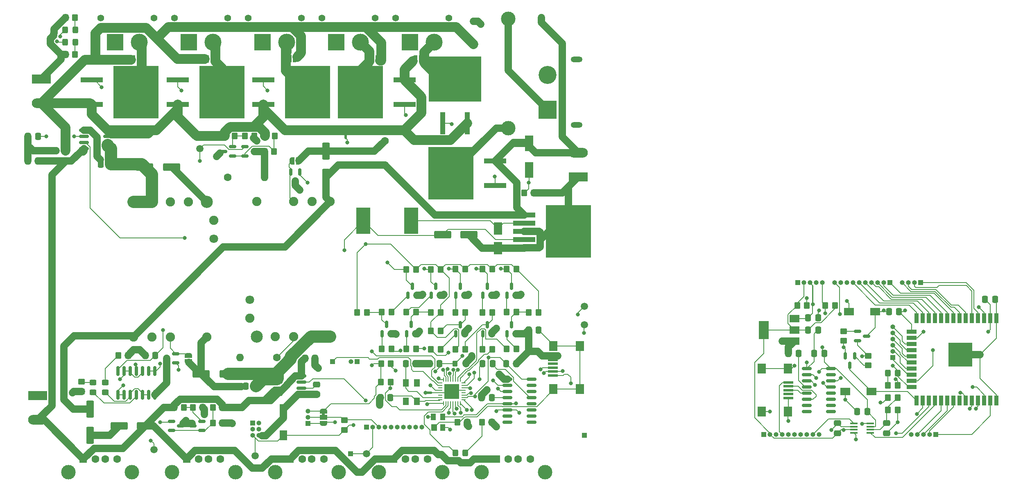
<source format=gbr>
%TF.GenerationSoftware,KiCad,Pcbnew,(6.0.0)*%
%TF.CreationDate,2022-02-25T16:17:33+00:00*%
%TF.ProjectId,ISOpower,49534f70-6f77-4657-922e-6b696361645f,rev?*%
%TF.SameCoordinates,Original*%
%TF.FileFunction,Copper,L1,Top*%
%TF.FilePolarity,Positive*%
%FSLAX46Y46*%
G04 Gerber Fmt 4.6, Leading zero omitted, Abs format (unit mm)*
G04 Created by KiCad (PCBNEW (6.0.0)) date 2022-02-25 16:17:33*
%MOMM*%
%LPD*%
G01*
G04 APERTURE LIST*
G04 Aperture macros list*
%AMRoundRect*
0 Rectangle with rounded corners*
0 $1 Rounding radius*
0 $2 $3 $4 $5 $6 $7 $8 $9 X,Y pos of 4 corners*
0 Add a 4 corners polygon primitive as box body*
4,1,4,$2,$3,$4,$5,$6,$7,$8,$9,$2,$3,0*
0 Add four circle primitives for the rounded corners*
1,1,$1+$1,$2,$3*
1,1,$1+$1,$4,$5*
1,1,$1+$1,$6,$7*
1,1,$1+$1,$8,$9*
0 Add four rect primitives between the rounded corners*
20,1,$1+$1,$2,$3,$4,$5,0*
20,1,$1+$1,$4,$5,$6,$7,0*
20,1,$1+$1,$6,$7,$8,$9,0*
20,1,$1+$1,$8,$9,$2,$3,0*%
%AMFreePoly0*
4,1,22,0.500000,-0.750000,0.000000,-0.750000,0.000000,-0.745033,-0.079941,-0.743568,-0.215256,-0.701293,-0.333266,-0.622738,-0.424486,-0.514219,-0.481581,-0.384460,-0.499164,-0.250000,-0.500000,-0.250000,-0.500000,0.250000,-0.499164,0.250000,-0.499963,0.256109,-0.478152,0.396186,-0.417904,0.524511,-0.324060,0.630769,-0.204165,0.706417,-0.067858,0.745374,0.000000,0.744959,0.000000,0.750000,
0.500000,0.750000,0.500000,-0.750000,0.500000,-0.750000,$1*%
%AMFreePoly1*
4,1,20,0.000000,0.744959,0.073905,0.744508,0.209726,0.703889,0.328688,0.626782,0.421226,0.519385,0.479903,0.390333,0.500000,0.250000,0.500000,-0.250000,0.499851,-0.262216,0.476331,-0.402017,0.414519,-0.529596,0.319384,-0.634700,0.198574,-0.708877,0.061801,-0.746166,0.000000,-0.745033,0.000000,-0.750000,-0.500000,-0.750000,-0.500000,0.750000,0.000000,0.750000,0.000000,0.744959,
0.000000,0.744959,$1*%
%AMFreePoly2*
4,1,22,0.550000,-0.750000,0.000000,-0.750000,0.000000,-0.745033,-0.079941,-0.743568,-0.215256,-0.701293,-0.333266,-0.622738,-0.424486,-0.514219,-0.481581,-0.384460,-0.499164,-0.250000,-0.500000,-0.250000,-0.500000,0.250000,-0.499164,0.250000,-0.499963,0.256109,-0.478152,0.396186,-0.417904,0.524511,-0.324060,0.630769,-0.204165,0.706417,-0.067858,0.745374,0.000000,0.744959,0.000000,0.750000,
0.550000,0.750000,0.550000,-0.750000,0.550000,-0.750000,$1*%
%AMFreePoly3*
4,1,20,0.000000,0.744959,0.073905,0.744508,0.209726,0.703889,0.328688,0.626782,0.421226,0.519385,0.479903,0.390333,0.500000,0.250000,0.500000,-0.250000,0.499851,-0.262216,0.476331,-0.402017,0.414519,-0.529596,0.319384,-0.634700,0.198574,-0.708877,0.061801,-0.746166,0.000000,-0.745033,0.000000,-0.750000,-0.550000,-0.750000,-0.550000,0.750000,0.000000,0.750000,0.000000,0.744959,
0.000000,0.744959,$1*%
G04 Aperture macros list end*
%TA.AperFunction,SMDPad,CuDef*%
%ADD10FreePoly0,180.000000*%
%TD*%
%TA.AperFunction,SMDPad,CuDef*%
%ADD11FreePoly1,180.000000*%
%TD*%
%TA.AperFunction,SMDPad,CuDef*%
%ADD12FreePoly0,90.000000*%
%TD*%
%TA.AperFunction,SMDPad,CuDef*%
%ADD13FreePoly1,90.000000*%
%TD*%
%TA.AperFunction,SMDPad,CuDef*%
%ADD14FreePoly0,0.000000*%
%TD*%
%TA.AperFunction,SMDPad,CuDef*%
%ADD15FreePoly1,0.000000*%
%TD*%
%TA.AperFunction,ComponentPad*%
%ADD16C,3.716000*%
%TD*%
%TA.AperFunction,ComponentPad*%
%ADD17R,3.716000X3.716000*%
%TD*%
%TA.AperFunction,ComponentPad*%
%ADD18O,2.400000X1.200000*%
%TD*%
%TA.AperFunction,SMDPad,CuDef*%
%ADD19C,0.500000*%
%TD*%
%TA.AperFunction,SMDPad,CuDef*%
%ADD20R,1.800000X2.500000*%
%TD*%
%TA.AperFunction,ComponentPad*%
%ADD21R,1.600000X1.500000*%
%TD*%
%TA.AperFunction,ComponentPad*%
%ADD22C,1.600000*%
%TD*%
%TA.AperFunction,ComponentPad*%
%ADD23C,3.000000*%
%TD*%
%TA.AperFunction,SMDPad,CuDef*%
%ADD24C,1.500000*%
%TD*%
%TA.AperFunction,ComponentPad*%
%ADD25R,1.000000X1.000000*%
%TD*%
%TA.AperFunction,ComponentPad*%
%ADD26O,1.000000X1.000000*%
%TD*%
%TA.AperFunction,SMDPad,CuDef*%
%ADD27RoundRect,0.250000X-1.500000X-0.550000X1.500000X-0.550000X1.500000X0.550000X-1.500000X0.550000X0*%
%TD*%
%TA.AperFunction,SMDPad,CuDef*%
%ADD28R,4.600000X1.100000*%
%TD*%
%TA.AperFunction,SMDPad,CuDef*%
%ADD29R,9.400000X10.800000*%
%TD*%
%TA.AperFunction,ComponentPad*%
%ADD30C,1.400000*%
%TD*%
%TA.AperFunction,ComponentPad*%
%ADD31R,3.500000X3.500000*%
%TD*%
%TA.AperFunction,ComponentPad*%
%ADD32C,3.500000*%
%TD*%
%TA.AperFunction,SMDPad,CuDef*%
%ADD33RoundRect,0.150000X0.150000X-0.587500X0.150000X0.587500X-0.150000X0.587500X-0.150000X-0.587500X0*%
%TD*%
%TA.AperFunction,SMDPad,CuDef*%
%ADD34RoundRect,0.062500X-0.375000X-0.062500X0.375000X-0.062500X0.375000X0.062500X-0.375000X0.062500X0*%
%TD*%
%TA.AperFunction,SMDPad,CuDef*%
%ADD35RoundRect,0.062500X-0.062500X-0.375000X0.062500X-0.375000X0.062500X0.375000X-0.062500X0.375000X0*%
%TD*%
%TA.AperFunction,SMDPad,CuDef*%
%ADD36R,3.100000X3.100000*%
%TD*%
%TA.AperFunction,SMDPad,CuDef*%
%ADD37RoundRect,0.250000X-0.350000X-0.450000X0.350000X-0.450000X0.350000X0.450000X-0.350000X0.450000X0*%
%TD*%
%TA.AperFunction,SMDPad,CuDef*%
%ADD38R,2.000000X1.600000*%
%TD*%
%TA.AperFunction,SMDPad,CuDef*%
%ADD39R,2.000000X0.500000*%
%TD*%
%TA.AperFunction,SMDPad,CuDef*%
%ADD40R,1.700000X2.000000*%
%TD*%
%TA.AperFunction,ComponentPad*%
%ADD41O,1.600000X1.600000*%
%TD*%
%TA.AperFunction,SMDPad,CuDef*%
%ADD42RoundRect,0.150000X0.150000X-0.825000X0.150000X0.825000X-0.150000X0.825000X-0.150000X-0.825000X0*%
%TD*%
%TA.AperFunction,SMDPad,CuDef*%
%ADD43RoundRect,0.250000X0.337500X0.475000X-0.337500X0.475000X-0.337500X-0.475000X0.337500X-0.475000X0*%
%TD*%
%TA.AperFunction,ComponentPad*%
%ADD44R,3.960000X1.980000*%
%TD*%
%TA.AperFunction,ComponentPad*%
%ADD45O,3.960000X1.980000*%
%TD*%
%TA.AperFunction,SMDPad,CuDef*%
%ADD46R,0.900000X2.000000*%
%TD*%
%TA.AperFunction,SMDPad,CuDef*%
%ADD47R,2.000000X0.900000*%
%TD*%
%TA.AperFunction,SMDPad,CuDef*%
%ADD48R,5.000000X5.000000*%
%TD*%
%TA.AperFunction,SMDPad,CuDef*%
%ADD49RoundRect,0.250000X-0.337500X-0.475000X0.337500X-0.475000X0.337500X0.475000X-0.337500X0.475000X0*%
%TD*%
%TA.AperFunction,SMDPad,CuDef*%
%ADD50RoundRect,0.250000X-0.325000X-0.450000X0.325000X-0.450000X0.325000X0.450000X-0.325000X0.450000X0*%
%TD*%
%TA.AperFunction,SMDPad,CuDef*%
%ADD51RoundRect,0.250000X0.550000X-1.500000X0.550000X1.500000X-0.550000X1.500000X-0.550000X-1.500000X0*%
%TD*%
%TA.AperFunction,SMDPad,CuDef*%
%ADD52R,1.600000X0.300000*%
%TD*%
%TA.AperFunction,ComponentPad*%
%ADD53C,1.900000*%
%TD*%
%TA.AperFunction,ComponentPad*%
%ADD54C,1.800000*%
%TD*%
%TA.AperFunction,ComponentPad*%
%ADD55C,2.500000*%
%TD*%
%TA.AperFunction,SMDPad,CuDef*%
%ADD56RoundRect,0.250000X0.350000X0.450000X-0.350000X0.450000X-0.350000X-0.450000X0.350000X-0.450000X0*%
%TD*%
%TA.AperFunction,SMDPad,CuDef*%
%ADD57RoundRect,0.150000X-0.825000X-0.150000X0.825000X-0.150000X0.825000X0.150000X-0.825000X0.150000X0*%
%TD*%
%TA.AperFunction,SMDPad,CuDef*%
%ADD58RoundRect,0.250000X-0.450000X0.325000X-0.450000X-0.325000X0.450000X-0.325000X0.450000X0.325000X0*%
%TD*%
%TA.AperFunction,SMDPad,CuDef*%
%ADD59RoundRect,0.250000X0.325000X0.450000X-0.325000X0.450000X-0.325000X-0.450000X0.325000X-0.450000X0*%
%TD*%
%TA.AperFunction,SMDPad,CuDef*%
%ADD60R,1.600000X2.000000*%
%TD*%
%TA.AperFunction,SMDPad,CuDef*%
%ADD61R,1.300000X1.600000*%
%TD*%
%TA.AperFunction,SMDPad,CuDef*%
%ADD62RoundRect,0.250000X-0.275000X-0.350000X0.275000X-0.350000X0.275000X0.350000X-0.275000X0.350000X0*%
%TD*%
%TA.AperFunction,SMDPad,CuDef*%
%ADD63RoundRect,0.250000X-0.550000X1.500000X-0.550000X-1.500000X0.550000X-1.500000X0.550000X1.500000X0*%
%TD*%
%TA.AperFunction,ComponentPad*%
%ADD64R,1.400000X1.400000*%
%TD*%
%TA.AperFunction,SMDPad,CuDef*%
%ADD65R,1.200000X1.400000*%
%TD*%
%TA.AperFunction,SMDPad,CuDef*%
%ADD66R,1.000000X1.400000*%
%TD*%
%TA.AperFunction,SMDPad,CuDef*%
%ADD67RoundRect,0.250000X0.475000X-0.337500X0.475000X0.337500X-0.475000X0.337500X-0.475000X-0.337500X0*%
%TD*%
%TA.AperFunction,SMDPad,CuDef*%
%ADD68FreePoly2,270.000000*%
%TD*%
%TA.AperFunction,SMDPad,CuDef*%
%ADD69R,1.500000X1.000000*%
%TD*%
%TA.AperFunction,SMDPad,CuDef*%
%ADD70FreePoly3,270.000000*%
%TD*%
%TA.AperFunction,SMDPad,CuDef*%
%ADD71R,1.100000X4.600000*%
%TD*%
%TA.AperFunction,SMDPad,CuDef*%
%ADD72R,10.800000X9.400000*%
%TD*%
%TA.AperFunction,SMDPad,CuDef*%
%ADD73RoundRect,0.250000X-0.450000X0.350000X-0.450000X-0.350000X0.450000X-0.350000X0.450000X0.350000X0*%
%TD*%
%TA.AperFunction,SMDPad,CuDef*%
%ADD74RoundRect,0.150000X0.825000X0.150000X-0.825000X0.150000X-0.825000X-0.150000X0.825000X-0.150000X0*%
%TD*%
%TA.AperFunction,SMDPad,CuDef*%
%ADD75RoundRect,0.150000X0.587500X0.150000X-0.587500X0.150000X-0.587500X-0.150000X0.587500X-0.150000X0*%
%TD*%
%TA.AperFunction,SMDPad,CuDef*%
%ADD76RoundRect,0.250000X-0.475000X0.337500X-0.475000X-0.337500X0.475000X-0.337500X0.475000X0.337500X0*%
%TD*%
%TA.AperFunction,SMDPad,CuDef*%
%ADD77RoundRect,0.150000X-0.587500X-0.150000X0.587500X-0.150000X0.587500X0.150000X-0.587500X0.150000X0*%
%TD*%
%TA.AperFunction,SMDPad,CuDef*%
%ADD78R,2.000000X1.500000*%
%TD*%
%TA.AperFunction,SMDPad,CuDef*%
%ADD79R,2.000000X3.800000*%
%TD*%
%TA.AperFunction,SMDPad,CuDef*%
%ADD80RoundRect,0.150000X-0.150000X0.587500X-0.150000X-0.587500X0.150000X-0.587500X0.150000X0.587500X0*%
%TD*%
%TA.AperFunction,SMDPad,CuDef*%
%ADD81RoundRect,0.250000X1.500000X0.550000X-1.500000X0.550000X-1.500000X-0.550000X1.500000X-0.550000X0*%
%TD*%
%TA.AperFunction,SMDPad,CuDef*%
%ADD82R,2.900000X5.400000*%
%TD*%
%TA.AperFunction,SMDPad,CuDef*%
%ADD83RoundRect,0.250000X0.450000X-0.350000X0.450000X0.350000X-0.450000X0.350000X-0.450000X-0.350000X0*%
%TD*%
%TA.AperFunction,SMDPad,CuDef*%
%ADD84R,1.700000X3.300000*%
%TD*%
%TA.AperFunction,ViaPad*%
%ADD85C,0.800000*%
%TD*%
%TA.AperFunction,Conductor*%
%ADD86C,0.200000*%
%TD*%
%TA.AperFunction,Conductor*%
%ADD87C,1.500000*%
%TD*%
%TA.AperFunction,Conductor*%
%ADD88C,2.500000*%
%TD*%
%TA.AperFunction,Conductor*%
%ADD89C,2.000000*%
%TD*%
G04 APERTURE END LIST*
%TO.C,N4*%
G36*
X143375000Y-120900000D02*
G01*
X142375000Y-120900000D01*
X142375000Y-120400000D01*
X143375000Y-120400000D01*
X143375000Y-120900000D01*
G37*
%TO.C,N3*%
G36*
X125974808Y-67969445D02*
G01*
X125474808Y-67969445D01*
X125474808Y-66969445D01*
X125974808Y-66969445D01*
X125974808Y-67969445D01*
G37*
%TO.C,N2*%
G36*
X86564511Y-66629511D02*
G01*
X85564511Y-66629511D01*
X85564511Y-66129511D01*
X86564511Y-66129511D01*
X86564511Y-66629511D01*
G37*
%TO.C,JP1*%
G36*
X121399511Y-125309511D02*
G01*
X120799511Y-125309511D01*
X120799511Y-124809511D01*
X121399511Y-124809511D01*
X121399511Y-125309511D01*
G37*
%TO.C,N1*%
G36*
X106884511Y-122509511D02*
G01*
X105884511Y-122509511D01*
X105884511Y-122009511D01*
X106884511Y-122009511D01*
X106884511Y-122509511D01*
G37*
%TD*%
D10*
%TO.P,JP6,1,A*%
%TO.N,12V_BUS*%
X115289511Y-51581015D03*
D11*
%TO.P,JP6,2,B*%
%TO.N,/Power Outputs/12V_OP_2*%
X113989511Y-51581015D03*
%TD*%
D12*
%TO.P,JP3,1,A*%
%TO.N,GND*%
X93159511Y-114184511D03*
D13*
%TO.P,JP3,2,B*%
%TO.N,Net-(JP3-Pad2)*%
X93159511Y-112884511D03*
%TD*%
D14*
%TO.P,JP4,1,A*%
%TO.N,12V_BUS*%
X81714511Y-51618751D03*
D15*
%TO.P,JP4,2,B*%
%TO.N,/Power Outputs/12V_OP_0*%
X83014511Y-51618751D03*
%TD*%
D10*
%TO.P,JP7,1,A*%
%TO.N,12V_BUS*%
X132419511Y-51661332D03*
D11*
%TO.P,JP7,2,B*%
%TO.N,/Power Outputs/12V_OP_3*%
X131119511Y-51661332D03*
%TD*%
D14*
%TO.P,JP5,1,A*%
%TO.N,12V_BUS*%
X96954511Y-51628650D03*
D15*
%TO.P,JP5,2,B*%
%TO.N,/Power Outputs/12V_OP_1*%
X98254511Y-51628650D03*
%TD*%
D10*
%TO.P,JP2,1,A*%
%TO.N,GND*%
X115924511Y-72729511D03*
D11*
%TO.P,JP2,2,B*%
%TO.N,Net-(JP2-Pad2)*%
X114624511Y-72729511D03*
%TD*%
D14*
%TO.P,JP8,1,A*%
%TO.N,12V_BUS*%
X140024511Y-51652885D03*
D15*
%TO.P,JP8,2,B*%
%TO.N,/Power Outputs/12V_OP_4*%
X141324511Y-51652885D03*
%TD*%
D16*
%TO.P,J1,1,V-*%
%TO.N,GND*%
X167454511Y-54899511D03*
D17*
%TO.P,J1,2,V+*%
%TO.N,/24V_0*%
X167454511Y-62099511D03*
D18*
%TO.P,J1,S1*%
%TO.N,N/C*%
X173454511Y-65249511D03*
%TO.P,J1,S2*%
X173454511Y-51749511D03*
%TD*%
D19*
%TO.P,N4,1,A*%
%TO.N,GND*%
X142375000Y-120650000D03*
%TO.P,N4,2,C*%
%TO.N,/AtMega328p/at_gnd*%
X143375000Y-120650000D03*
%TD*%
D20*
%TO.P,D3,1,K*%
%TO.N,Net-(D3-Pad1)*%
X157184511Y-86699511D03*
%TO.P,D3,2,A*%
%TO.N,GND*%
X157184511Y-90699511D03*
%TD*%
D21*
%TO.P,J12,1,VBUS*%
%TO.N,5V_BUS*%
X135599511Y-134319511D03*
D22*
%TO.P,J12,2,D-*%
%TO.N,unconnected-(J12-Pad2)*%
X138099511Y-134319511D03*
%TO.P,J12,3,D+*%
%TO.N,unconnected-(J12-Pad3)*%
X140099511Y-134319511D03*
%TO.P,J12,4,GND*%
%TO.N,GND*%
X142599511Y-134319511D03*
D23*
%TO.P,J12,5,Shield*%
X145669511Y-137029511D03*
X132529511Y-137029511D03*
%TD*%
D24*
%TO.P,TP2,1,1*%
%TO.N,24V_BUS*%
X166184511Y-43049511D03*
%TD*%
D25*
%TO.P,J2,1,Pin_1*%
%TO.N,23*%
X247742500Y-129225000D03*
D26*
%TO.P,J2,2,Pin_2*%
%TO.N,19*%
X246472500Y-129225000D03*
%TO.P,J2,3,Pin_3*%
%TO.N,18*%
X245202500Y-129225000D03*
%TO.P,J2,4,Pin_4*%
%TO.N,5*%
X243932500Y-129225000D03*
%TO.P,J2,5,Pin_5*%
%TO.N,4*%
X242662500Y-129225000D03*
%TD*%
D27*
%TO.P,C14,1*%
%TO.N,/Power Distribution/12V_I_SENSE_IP*%
X84159511Y-73999511D03*
%TO.P,C14,2*%
%TO.N,GND*%
X89759511Y-73999511D03*
%TD*%
D28*
%TO.P,Q4,1,G*%
%TO.N,/Power Outputs/5v to 12v logic conversion_v2/0_OUT*%
X73219511Y-55984511D03*
D29*
%TO.P,Q4,2,D*%
%TO.N,/Power Outputs/12V_OP_0*%
X82369511Y-58524511D03*
D28*
%TO.P,Q4,3,S*%
%TO.N,12V_BUS*%
X73219511Y-61064511D03*
%TD*%
D30*
%TO.P,J15,*%
%TO.N,*%
X90284511Y-43129511D03*
X101284511Y-43129511D03*
D31*
%TO.P,J15,1,V-*%
%TO.N,GND*%
X93284511Y-48129511D03*
D32*
%TO.P,J15,2,V+*%
%TO.N,/Power Outputs/12V_OP_1*%
X98284511Y-48129511D03*
%TD*%
D19*
%TO.P,N3,1,A*%
%TO.N,HV*%
X125724808Y-67969445D03*
%TO.P,N3,2,C*%
%TO.N,12V_BUS*%
X125724808Y-66969445D03*
%TD*%
D33*
%TO.P,Q13,1,B*%
%TO.N,Net-(Q13-Pad1)*%
X143374511Y-100517011D03*
%TO.P,Q13,2,E*%
%TO.N,GND*%
X145274511Y-100517011D03*
%TO.P,Q13,3,C*%
%TO.N,/Power Outputs/5v to 12v logic conversion_v2/1_OUT*%
X144324511Y-98642011D03*
%TD*%
D34*
%TO.P,U3,1,PD3*%
%TO.N,/BUS_B_DISABLE*%
X145222011Y-118604511D03*
%TO.P,U3,2,PD4*%
%TO.N,/AtMega328p/CH_C*%
X145222011Y-119104511D03*
%TO.P,U3,3,PE0*%
%TO.N,unconnected-(U3-Pad3)*%
X145222011Y-119604511D03*
%TO.P,U3,4,VCC*%
%TO.N,/AtMega328p/MCU_5V_BUS*%
X145222011Y-120104511D03*
%TO.P,U3,5,GND*%
%TO.N,/AtMega328p/at_gnd*%
X145222011Y-120604511D03*
%TO.P,U3,6,PE1*%
%TO.N,unconnected-(U3-Pad6)*%
X145222011Y-121104511D03*
%TO.P,U3,7,XTAL1/PB6*%
%TO.N,Net-(C7-Pad1)*%
X145222011Y-121604511D03*
%TO.P,U3,8,XTAL2/PB7*%
%TO.N,Net-(C8-Pad1)*%
X145222011Y-122104511D03*
D35*
%TO.P,U3,9,PD5*%
%TO.N,/5V_BUS_MONITOR*%
X145909511Y-122792011D03*
%TO.P,U3,10,PD6*%
%TO.N,/12V_BUS_MONITOR*%
X146409511Y-122792011D03*
%TO.P,U3,11,PD7*%
%TO.N,Net-(D2-Pad2)*%
X146909511Y-122792011D03*
%TO.P,U3,12,PB0*%
%TO.N,/AtMega328p/SSERIAL_TX*%
X147409511Y-122792011D03*
%TO.P,U3,13,PB1*%
%TO.N,/AtMega328p/SSERIAL_RX*%
X147909511Y-122792011D03*
%TO.P,U3,14,PB2*%
%TO.N,/AtMega328p/CH_F*%
X148409511Y-122792011D03*
%TO.P,U3,15,PB3*%
%TO.N,Net-(J8-Pad4)*%
X148909511Y-122792011D03*
%TO.P,U3,16,PB4*%
%TO.N,Net-(J8-Pad1)*%
X149409511Y-122792011D03*
D34*
%TO.P,U3,17,PB5*%
%TO.N,Net-(J8-Pad3)*%
X150097011Y-122104511D03*
%TO.P,U3,18,AVCC*%
%TO.N,/AtMega328p/MCU_5V_BUS*%
X150097011Y-121604511D03*
%TO.P,U3,19,PE2*%
%TO.N,/BUS_I_SENSE_B*%
X150097011Y-121104511D03*
%TO.P,U3,20,AREF*%
%TO.N,unconnected-(U3-Pad20)*%
X150097011Y-120604511D03*
%TO.P,U3,21,GND*%
%TO.N,/AtMega328p/at_gnd*%
X150097011Y-120104511D03*
%TO.P,U3,22,PE3*%
%TO.N,/BUS_I_SENSE_A*%
X150097011Y-119604511D03*
%TO.P,U3,23,PC0*%
%TO.N,/AtMega328p/CH_G*%
X150097011Y-119104511D03*
%TO.P,U3,24,PC1*%
%TO.N,/AtMega328p/CH_H*%
X150097011Y-118604511D03*
D35*
%TO.P,U3,25,PC2*%
%TO.N,/AtMega328p/CH_I*%
X149409511Y-117917011D03*
%TO.P,U3,26,PC3*%
%TO.N,/AtMega328p/CH_J*%
X148909511Y-117917011D03*
%TO.P,U3,27,PC4*%
%TO.N,/AtMega328p/ADC4*%
X148409511Y-117917011D03*
%TO.P,U3,28,PC5*%
%TO.N,/AtMega328p/ADC5*%
X147909511Y-117917011D03*
%TO.P,U3,29,~{RESET}/PC6*%
%TO.N,/AtMega328p/USB MCU CH340 Interface A/DTR_A*%
X147409511Y-117917011D03*
%TO.P,U3,30,PD0*%
%TO.N,/AtMega328p/USB MCU CH340 Interface A/RxD_A*%
X146909511Y-117917011D03*
%TO.P,U3,31,PD1*%
%TO.N,/AtMega328p/USB MCU CH340 Interface A/TxD_A*%
X146409511Y-117917011D03*
%TO.P,U3,32,PD2*%
%TO.N,/BUS_A_DISABLE*%
X145909511Y-117917011D03*
D36*
%TO.P,U3,33,GND*%
%TO.N,/AtMega328p/at_gnd*%
X147659511Y-120354511D03*
%TD*%
D28*
%TO.P,Q5,1,G*%
%TO.N,/Power Outputs/5v to 12v logic conversion_v2/1_OUT*%
X90999511Y-55984511D03*
D29*
%TO.P,Q5,2,D*%
%TO.N,/Power Outputs/12V_OP_1*%
X100149511Y-58524511D03*
D28*
%TO.P,Q5,3,S*%
%TO.N,12V_BUS*%
X90999511Y-61064511D03*
%TD*%
D37*
%TO.P,R15,1*%
%TO.N,Net-(Q9-Pad3)*%
X133164511Y-103989511D03*
%TO.P,R15,2*%
%TO.N,Net-(Q12-Pad1)*%
X135164511Y-103989511D03*
%TD*%
D38*
%TO.P,SW2,1,1*%
%TO.N,/ESP32_Daughterboard/USB ESP32 CH340 Interface /ESP_IO0*%
X234397500Y-120335000D03*
%TO.P,SW2,2,2*%
%TO.N,/ESP32_Daughterboard/GND*%
X228997500Y-120335000D03*
%TD*%
D39*
%TO.P,J20,1,VBUS*%
%TO.N,/ESP32_Daughterboard/USB_PBUS*%
X217252500Y-118502500D03*
%TO.P,J20,2,D-*%
%TO.N,Net-(J20-Pad2)*%
X217252500Y-119302500D03*
%TO.P,J20,3,D+*%
%TO.N,Net-(J20-Pad3)*%
X217252500Y-120102500D03*
%TO.P,J20,4,ID*%
%TO.N,unconnected-(J20-Pad4)*%
X217252500Y-120902500D03*
%TO.P,J20,5,GND*%
%TO.N,/ESP32_Daughterboard/GND*%
X217252500Y-121702500D03*
D40*
%TO.P,J20,6,Shield*%
X217152500Y-124552500D03*
X211702500Y-115652500D03*
X211702500Y-124552500D03*
X217152500Y-115652500D03*
%TD*%
D22*
%TO.P,R7,1*%
%TO.N,Net-(R7-Pad1)*%
X101304511Y-76069511D03*
D41*
%TO.P,R7,2*%
%TO.N,GND*%
X108924511Y-76069511D03*
%TD*%
D42*
%TO.P,U19,1*%
%TO.N,/5V_BUS_MONITOR*%
X78619511Y-121089511D03*
%TO.P,U19,2*%
X79889511Y-121089511D03*
%TO.P,U19,3*%
%TO.N,Net-(D5-Pad2)*%
X81159511Y-121089511D03*
%TO.P,U19,4*%
%TO.N,Net-(D7-Pad2)*%
X82429511Y-121089511D03*
%TO.P,U19,5*%
%TO.N,Net-(D5-Pad2)*%
X83699511Y-121089511D03*
%TO.P,U19,6*%
X84969511Y-121089511D03*
%TO.P,U19,7,GND*%
%TO.N,GND*%
X86239511Y-121089511D03*
%TO.P,U19,8*%
%TO.N,/12V_BUS_MONITOR*%
X86239511Y-116139511D03*
%TO.P,U19,9*%
X84969511Y-116139511D03*
%TO.P,U19,10*%
%TO.N,Net-(D6-Pad2)*%
X83699511Y-116139511D03*
%TO.P,U19,11*%
%TO.N,Net-(D8-Pad2)*%
X82429511Y-116139511D03*
%TO.P,U19,12*%
%TO.N,Net-(D6-Pad2)*%
X81159511Y-116139511D03*
%TO.P,U19,13*%
X79889511Y-116139511D03*
%TO.P,U19,14,VCC*%
%TO.N,MCU_5V*%
X78619511Y-116139511D03*
%TD*%
D25*
%TO.P,J8,1,MISO*%
%TO.N,Net-(J8-Pad1)*%
X106494511Y-126869511D03*
D26*
%TO.P,J8,2,VCC*%
%TO.N,/AtMega328p/MCU_5V_BUS*%
X107764511Y-126869511D03*
%TO.P,J8,3,SCK*%
%TO.N,Net-(J8-Pad3)*%
X106494511Y-128139511D03*
%TO.P,J8,4,MOSI*%
%TO.N,Net-(J8-Pad4)*%
X107764511Y-128139511D03*
%TO.P,J8,5,~{RST}*%
%TO.N,/AtMega328p/USB MCU CH340 Interface A/DTR_A*%
X106494511Y-129409511D03*
%TO.P,J8,6,GND*%
%TO.N,GND*%
X107764511Y-129409511D03*
%TD*%
%TO.P,J25,2,Pin_2*%
%TO.N,/AtMega328p/ADC4*%
X126814511Y-114169511D03*
D25*
%TO.P,J25,1,Pin_1*%
%TO.N,/AtMega328p/ADC5*%
X128084511Y-114169511D03*
%TD*%
D43*
%TO.P,C12,1*%
%TO.N,/Power Distribution/12V_I_SENSE_IP*%
X77174511Y-73364511D03*
%TO.P,C12,2*%
%TO.N,GND*%
X75099511Y-73364511D03*
%TD*%
D28*
%TO.P,U10,1,VIN*%
%TO.N,24V_BUS*%
X162634511Y-83864511D03*
%TO.P,U10,2,OUT*%
%TO.N,Net-(D3-Pad1)*%
X162634511Y-85564511D03*
%TO.P,U10,3,GND*%
%TO.N,GND*%
X162634511Y-87264511D03*
D29*
X171784511Y-87264511D03*
D28*
%TO.P,U10,4,FB*%
%TO.N,MCU_5V*%
X162634511Y-88964511D03*
%TO.P,U10,5,~{ON}/OFF*%
%TO.N,GND*%
X162634511Y-90664511D03*
%TD*%
D44*
%TO.P,J21,1,Pin_1*%
%TO.N,GND*%
X173804511Y-75989511D03*
D45*
%TO.P,J21,2,Pin_2*%
%TO.N,24V_BUS*%
X173804511Y-70989511D03*
%TD*%
D37*
%TO.P,R28,1*%
%TO.N,MCU_5V*%
X133023088Y-118449511D03*
%TO.P,R28,2*%
%TO.N,/12V_BUS_MONITOR*%
X135023088Y-118449511D03*
%TD*%
D33*
%TO.P,Q10,1,B*%
%TO.N,Net-(Q10-Pad1)*%
X138294511Y-108404511D03*
%TO.P,Q10,2,E*%
%TO.N,GND*%
X140194511Y-108404511D03*
%TO.P,Q10,3,C*%
%TO.N,Net-(Q10-Pad3)*%
X139244511Y-106529511D03*
%TD*%
D46*
%TO.P,U1,1,GND*%
%TO.N,/ESP32_Daughterboard/GND*%
X260262500Y-105252500D03*
%TO.P,U1,2,VDD*%
%TO.N,/ESP32_Daughterboard/3V3_BUS*%
X258992500Y-105252500D03*
%TO.P,U1,3,EN*%
%TO.N,/ESP32_Daughterboard/USB ESP32 CH340 Interface /ESP_EN*%
X257722500Y-105252500D03*
%TO.P,U1,4,SENSOR_VP*%
%TO.N,Net-(J3-Pad1)*%
X256452500Y-105252500D03*
%TO.P,U1,5,SENSOR_VN*%
%TO.N,Net-(J3-Pad2)*%
X255182500Y-105252500D03*
%TO.P,U1,6,IO34*%
%TO.N,Net-(J3-Pad3)*%
X253912500Y-105252500D03*
%TO.P,U1,7,IO35*%
%TO.N,Net-(J3-Pad4)*%
X252642500Y-105252500D03*
%TO.P,U1,8,GPIO32*%
%TO.N,Net-(J5-Pad1)*%
X251372500Y-105252500D03*
%TO.P,U1,9,GPIO33*%
%TO.N,Net-(J5-Pad2)*%
X250102500Y-105252500D03*
%TO.P,U1,10,GPIO25*%
%TO.N,Net-(J5-Pad3)*%
X248832500Y-105252500D03*
%TO.P,U1,11,GPIO26*%
%TO.N,Net-(J5-Pad4)*%
X247562500Y-105252500D03*
%TO.P,U1,12,GPIO27*%
%TO.N,Net-(J5-Pad5)*%
X246292500Y-105252500D03*
%TO.P,U1,13,GPIO14*%
%TO.N,Net-(J5-Pad6)*%
X245022500Y-105252500D03*
%TO.P,U1,14,GPIO12*%
%TO.N,Net-(J5-Pad7)*%
X243752500Y-105252500D03*
D47*
%TO.P,U1,15,GND*%
%TO.N,/ESP32_Daughterboard/GND*%
X242752500Y-108037500D03*
%TO.P,U1,16,GPIO13*%
%TO.N,Net-(J5-Pad8)*%
X242752500Y-109307500D03*
%TO.P,U1,17,SHD/SD2*%
%TO.N,Net-(J4-Pad6)*%
X242752500Y-110577500D03*
%TO.P,U1,18,SWP/SD3*%
%TO.N,Net-(J4-Pad5)*%
X242752500Y-111847500D03*
%TO.P,U1,19,SCS/CMD*%
%TO.N,Net-(J4-Pad4)*%
X242752500Y-113117500D03*
%TO.P,U1,20,SCK/CLK*%
%TO.N,Net-(J4-Pad3)*%
X242752500Y-114387500D03*
%TO.P,U1,21,SDO/SD0*%
%TO.N,Net-(J4-Pad2)*%
X242752500Y-115657500D03*
%TO.P,U1,22,SDI/SD1*%
%TO.N,Net-(J4-Pad1)*%
X242752500Y-116927500D03*
%TO.P,U1,23,GPIO15*%
%TO.N,Net-(J5-Pad9)*%
X242752500Y-118197500D03*
%TO.P,U1,24,GPIO2*%
%TO.N,Net-(D9-Pad2)*%
X242752500Y-119467500D03*
D46*
%TO.P,U1,25,IO0/GPIO0*%
%TO.N,/ESP32_Daughterboard/USB ESP32 CH340 Interface /ESP_IO0*%
X243752500Y-122252500D03*
%TO.P,U1,26,GPIO4*%
%TO.N,4*%
X245022500Y-122252500D03*
%TO.P,U1,27,UART2_RX/GPIO16*%
%TO.N,/ESP32_Daughterboard/Logic Level Conversion/1A*%
X246292500Y-122252500D03*
%TO.P,U1,28,UART2_TX/GPIO17*%
%TO.N,/ESP32_Daughterboard/Logic Level Conversion/0A*%
X247562500Y-122252500D03*
%TO.P,U1,29,GPIO5*%
%TO.N,5*%
X248832500Y-122252500D03*
%TO.P,U1,30,GPIO18*%
%TO.N,18*%
X250102500Y-122252500D03*
%TO.P,U1,31,GPIO19*%
%TO.N,19*%
X251372500Y-122252500D03*
%TO.P,U1,32,NC*%
%TO.N,unconnected-(U1-Pad32)*%
X252642500Y-122252500D03*
%TO.P,U1,33,GPIO21*%
%TO.N,SDA*%
X253912500Y-122252500D03*
%TO.P,U1,34,RXD0/GPIO3*%
%TO.N,/ESP32_Daughterboard/USB ESP32 CH340 Interface /TxD_B*%
X255182500Y-122252500D03*
%TO.P,U1,35,TXD0/GPIO1*%
%TO.N,/ESP32_Daughterboard/USB ESP32 CH340 Interface /RxD_B*%
X256452500Y-122252500D03*
%TO.P,U1,36,GPIO22*%
%TO.N,SCL*%
X257722500Y-122252500D03*
%TO.P,U1,37,GPIO23*%
%TO.N,23*%
X258992500Y-122252500D03*
%TO.P,U1,38,GND*%
%TO.N,/ESP32_Daughterboard/GND*%
X260262500Y-122252500D03*
D48*
%TO.P,U1,39,GND*%
X252762500Y-112752500D03*
%TD*%
D49*
%TO.P,C25,1*%
%TO.N,GND*%
X163524290Y-107654511D03*
%TO.P,C25,2*%
%TO.N,Net-(C25-Pad2)*%
X165599290Y-107654511D03*
%TD*%
D50*
%TO.P,D9,1,K*%
%TO.N,Net-(D9-Pad1)*%
X237817500Y-116525000D03*
%TO.P,D9,2,A*%
%TO.N,Net-(D9-Pad2)*%
X239867500Y-116525000D03*
%TD*%
D37*
%TO.P,R3a1,1*%
%TO.N,12V_BUS*%
X109019511Y-67549511D03*
%TO.P,R3a1,2*%
%TO.N,Net-(R3a1-Pad2)*%
X111019511Y-67549511D03*
%TD*%
D28*
%TO.P,Q1,1,G*%
%TO.N,Net-(D1-Pad2)*%
X156609511Y-77809511D03*
D29*
%TO.P,Q1,2,D*%
%TO.N,/24V_1*%
X147459511Y-75269511D03*
D28*
%TO.P,Q1,3,S*%
%TO.N,24V_BUS*%
X156609511Y-72729511D03*
%TD*%
D51*
%TO.P,C10,1*%
%TO.N,24V_BUS*%
X121624511Y-76069511D03*
%TO.P,C10,2*%
%TO.N,GND*%
X121624511Y-70669511D03*
%TD*%
D52*
%TO.P,U13,1,B2*%
%TO.N,/ESP32_Daughterboard/SSERIAL_TX*%
X230792500Y-126980000D03*
%TO.P,U13,2,GND*%
%TO.N,/ESP32_Daughterboard/GND*%
X230792500Y-127630000D03*
%TO.P,U13,3,VCCA*%
%TO.N,/ESP32_Daughterboard/3V3_BUS*%
X230792500Y-128280000D03*
%TO.P,U13,4,A2*%
%TO.N,/ESP32_Daughterboard/Logic Level Conversion/1A*%
X230792500Y-128930000D03*
%TO.P,U13,5,A1*%
%TO.N,/ESP32_Daughterboard/Logic Level Conversion/0A*%
X234192500Y-128930000D03*
%TO.P,U13,6,OE*%
%TO.N,Net-(C6-Pad1)*%
X234192500Y-128280000D03*
%TO.P,U13,7,VCCB*%
%TO.N,/ESP32_Daughterboard/MCU_5V_BUS*%
X234192500Y-127630000D03*
%TO.P,U13,8,B1*%
%TO.N,/ESP32_Daughterboard/SSERIAL_RX*%
X234192500Y-126980000D03*
%TD*%
D43*
%TO.P,C18,1*%
%TO.N,Net-(C18-Pad1)*%
X62104511Y-67649511D03*
%TO.P,C18,2*%
%TO.N,GND*%
X60029511Y-67649511D03*
%TD*%
%TO.P,C29,1*%
%TO.N,Net-(C29-Pad1)*%
X219327500Y-112482500D03*
%TO.P,C29,2*%
%TO.N,/ESP32_Daughterboard/GND*%
X217252500Y-112482500D03*
%TD*%
D53*
%TO.P,U5,34,SEQ*%
%TO.N,unconnected-(U5-Pad34)*%
X85624511Y-109089511D03*
%TO.P,U5,33,MS*%
%TO.N,unconnected-(U5-Pad33)*%
X98424511Y-84989511D03*
D54*
%TO.P,U5,32,Sync*%
%TO.N,unconnected-(U5-Pad32)*%
X98424511Y-88789511D03*
D55*
%TO.P,U5,8,Vout(+)*%
%TO.N,/Power Distribution/12V_I_SENSE_IP*%
X81824511Y-81189511D03*
D53*
%TO.P,U5,7,Sense(+)*%
X85624511Y-81189511D03*
%TO.P,U5,6,Trim*%
%TO.N,Net-(R7-Pad1)*%
X89424511Y-81189511D03*
%TO.P,U5,5,PWR_OK*%
%TO.N,unconnected-(U5-Pad5)*%
X93224511Y-81189511D03*
D55*
%TO.P,U5,4,Vout(-)*%
%TO.N,GND*%
X97024511Y-81189511D03*
D53*
%TO.P,U5,3,Vin(-)*%
X97024511Y-109089511D03*
%TO.P,U5,2,On/Off*%
%TO.N,Net-(JP3-Pad2)*%
X89424511Y-109089511D03*
%TO.P,U5,1,Vin(+)*%
%TO.N,24V_BUS*%
X81824511Y-109089511D03*
%TD*%
D56*
%TO.P,R23,1*%
%TO.N,Net-(Q15-Pad3)*%
X150404511Y-111629511D03*
%TO.P,R23,2*%
%TO.N,HV*%
X148404511Y-111629511D03*
%TD*%
D37*
%TO.P,R1,1*%
%TO.N,Net-(D1-Pad2)*%
X162644511Y-79344511D03*
%TO.P,R1,2*%
%TO.N,GND*%
X164644511Y-79344511D03*
%TD*%
D30*
%TO.P,J14,*%
%TO.N,*%
X75044511Y-43129511D03*
X86044511Y-43129511D03*
D31*
%TO.P,J14,1,V-*%
%TO.N,GND*%
X78044511Y-48129511D03*
D32*
%TO.P,J14,2,V+*%
%TO.N,/Power Outputs/12V_OP_0*%
X83044511Y-48129511D03*
%TD*%
D30*
%TO.P,J18,*%
%TO.N,*%
X147004511Y-43129511D03*
X136004511Y-43129511D03*
D31*
%TO.P,J18,1,V-*%
%TO.N,GND*%
X139004511Y-48129511D03*
D32*
%TO.P,J18,2,V+*%
%TO.N,/Power Outputs/12V_OP_4*%
X144004511Y-48129511D03*
%TD*%
D43*
%TO.P,C4,1*%
%TO.N,/AtMega328p/MCU_5V_BUS*%
X145119511Y-114639511D03*
%TO.P,C4,2*%
%TO.N,GND*%
X143044511Y-114639511D03*
%TD*%
D37*
%TO.P,R24,1*%
%TO.N,Net-(C6-Pad1)*%
X237842500Y-124145000D03*
%TO.P,R24,2*%
%TO.N,/ESP32_Daughterboard/GND*%
X239842500Y-124145000D03*
%TD*%
D57*
%TO.P,U6,1,IP+*%
%TO.N,/Power Distribution/5V_I_SENSE_IP*%
X111639511Y-117179511D03*
%TO.P,U6,2,IP+*%
X111639511Y-118449511D03*
%TO.P,U6,3,IP-*%
%TO.N,5V_BUS*%
X111639511Y-119719511D03*
%TO.P,U6,4,IP-*%
X111639511Y-120989511D03*
%TO.P,U6,5,GND*%
%TO.N,GND*%
X116589511Y-120989511D03*
%TO.P,U6,6,FILTER*%
%TO.N,Net-(C17-Pad1)*%
X116589511Y-119719511D03*
%TO.P,U6,7,VIOUT*%
%TO.N,/BUS_I_SENSE_B*%
X116589511Y-118449511D03*
%TO.P,U6,8,VCC*%
%TO.N,5V_BUS*%
X116589511Y-117179511D03*
%TD*%
D37*
%TO.P,R1a1,1*%
%TO.N,12V_BUS*%
X100764511Y-67549511D03*
%TO.P,R1a1,2*%
%TO.N,Net-(R1a1-Pad2)*%
X102764511Y-67549511D03*
%TD*%
D58*
%TO.P,D5,1,K*%
%TO.N,Net-(D5-Pad1)*%
X76014511Y-118469511D03*
%TO.P,D5,2,A*%
%TO.N,Net-(D5-Pad2)*%
X76014511Y-120519511D03*
%TD*%
D59*
%TO.P,D2,1,K*%
%TO.N,Net-(D2-Pad1)*%
X150454511Y-133054511D03*
%TO.P,D2,2,A*%
%TO.N,Net-(D2-Pad2)*%
X148404511Y-133054511D03*
%TD*%
D60*
%TO.P,SW1,1,1*%
%TO.N,/AtMega328p/USB MCU CH340 Interface A/DTR_A*%
X112844511Y-129409511D03*
%TO.P,SW1,2,2*%
%TO.N,GND*%
X112844511Y-124009511D03*
%TD*%
D56*
%TO.P,R3b1,1*%
%TO.N,5V_BUS*%
X100239511Y-123694511D03*
%TO.P,R3b1,2*%
%TO.N,Net-(R3b1-Pad2)*%
X98239511Y-123694511D03*
%TD*%
D38*
%TO.P,SW3,1,1*%
%TO.N,/ESP32_Daughterboard/USB ESP32 CH340 Interface /ESP_EN*%
X235192500Y-103825000D03*
%TO.P,SW3,2,2*%
%TO.N,/ESP32_Daughterboard/GND*%
X229792500Y-103825000D03*
%TD*%
D25*
%TO.P,J24,1,Pin_1*%
%TO.N,/AtMega328p/CH_C*%
X123004511Y-114169511D03*
%TD*%
D44*
%TO.P,J22,1,Pin_1*%
%TO.N,GND*%
X62804511Y-55749511D03*
D45*
%TO.P,J22,2,Pin_2*%
%TO.N,12V_BUS*%
X62804511Y-60749511D03*
%TD*%
D24*
%TO.P,TP7,1,1*%
%TO.N,Net-(D4-Pad2)*%
X175074511Y-106549511D03*
%TD*%
%TO.P,TP4,1,1*%
%TO.N,12V_BUS*%
X152104511Y-48599511D03*
%TD*%
D61*
%TO.P,Y1,1,1*%
%TO.N,Net-(C7-Pad1)*%
X138134511Y-118619511D03*
%TO.P,Y1,2,2*%
%TO.N,unconnected-(Y1-Pad2)*%
X138134511Y-122419511D03*
%TO.P,Y1,3,3*%
%TO.N,Net-(C8-Pad1)*%
X140434511Y-122419511D03*
%TO.P,Y1,4,4*%
%TO.N,unconnected-(Y1-Pad4)*%
X140434511Y-118619511D03*
%TD*%
D62*
%TO.P,L1,1,1*%
%TO.N,/AtMega328p/MCU_5V_BUS*%
X148294511Y-114639511D03*
%TO.P,L1,2,2*%
%TO.N,GND*%
X150594511Y-114639511D03*
%TD*%
D25*
%TO.P,J7,1,Pin_1*%
%TO.N,/ESP32_Daughterboard/GND*%
X219147500Y-97877500D03*
D26*
%TO.P,J7,2,Pin_2*%
%TO.N,/ESP32_Daughterboard/3V3_BUS*%
X220417500Y-97877500D03*
%TO.P,J7,3,Pin_3*%
%TO.N,/ESP32_Daughterboard/MCU_5V_BUS*%
X221687500Y-97877500D03*
%TO.P,J7,4,Pin_4*%
%TO.N,SCL*%
X222957500Y-97877500D03*
%TO.P,J7,5,Pin_5*%
%TO.N,SDA*%
X224227500Y-97877500D03*
%TD*%
D21*
%TO.P,J13,1,VBUS*%
%TO.N,5V_BUS*%
X156849506Y-134319511D03*
D22*
%TO.P,J13,2,D-*%
%TO.N,unconnected-(J13-Pad2)*%
X159349506Y-134319511D03*
%TO.P,J13,3,D+*%
%TO.N,unconnected-(J13-Pad3)*%
X161349506Y-134319511D03*
%TO.P,J13,4,GND*%
%TO.N,GND*%
X163849506Y-134319511D03*
D23*
%TO.P,J13,5,Shield*%
X153779506Y-137029511D03*
X166919506Y-137029511D03*
%TD*%
D37*
%TO.P,R1b1,1*%
%TO.N,5V_BUS*%
X90254511Y-123694511D03*
%TO.P,R1b1,2*%
%TO.N,Net-(R1b1-Pad2)*%
X92254511Y-123694511D03*
%TD*%
D63*
%TO.P,C9,1*%
%TO.N,24V_BUS*%
X72839511Y-124004511D03*
%TO.P,C9,2*%
%TO.N,GND*%
X72839511Y-129404511D03*
%TD*%
D37*
%TO.P,R8,1*%
%TO.N,Net-(C25-Pad2)*%
X148834511Y-126704511D03*
%TO.P,R8,2*%
%TO.N,GND*%
X150834511Y-126704511D03*
%TD*%
D59*
%TO.P,D6,1,K*%
%TO.N,Net-(D6-Pad1)*%
X69784511Y-45589511D03*
%TO.P,D6,2,A*%
%TO.N,Net-(D6-Pad2)*%
X67734511Y-45589511D03*
%TD*%
D24*
%TO.P,TP10,1,1*%
%TO.N,/5V_BUS_MONITOR*%
X86064511Y-132419511D03*
%TD*%
D27*
%TO.P,C20,1*%
%TO.N,MCU_5V*%
X145754511Y-87969511D03*
%TO.P,C20,2*%
%TO.N,GND*%
X151154511Y-87969511D03*
%TD*%
D56*
%TO.P,R21,1*%
%TO.N,/AtMega328p/CH_I*%
X155987697Y-111629511D03*
%TO.P,R21,2*%
%TO.N,Net-(Q15-Pad1)*%
X153987697Y-111629511D03*
%TD*%
D58*
%TO.P,D7,1,K*%
%TO.N,Net-(D7-Pad1)*%
X73474511Y-118469511D03*
%TO.P,D7,2,A*%
%TO.N,Net-(D7-Pad2)*%
X73474511Y-120519511D03*
%TD*%
D33*
%TO.P,Q14,1,B*%
%TO.N,Net-(Q14-Pad1)*%
X148454511Y-100492011D03*
%TO.P,Q14,2,E*%
%TO.N,GND*%
X150354511Y-100492011D03*
%TO.P,Q14,3,C*%
%TO.N,/Power Outputs/5v to 12v logic conversion_v2/2_OUT*%
X149404511Y-98617011D03*
%TD*%
D49*
%TO.P,C15,1*%
%TO.N,5V_BUS*%
X117289511Y-113534511D03*
%TO.P,C15,2*%
%TO.N,GND*%
X119364511Y-113534511D03*
%TD*%
D19*
%TO.P,N2,1,A*%
%TO.N,12V_BUS*%
X85564511Y-66379511D03*
%TO.P,N2,2,C*%
X86564511Y-66379511D03*
%TD*%
D37*
%TO.P,R19,1*%
%TO.N,/Power Outputs/5v to 12v logic conversion_v2/1_OUT*%
X143324511Y-95119511D03*
%TO.P,R19,2*%
%TO.N,HV*%
X145324511Y-95119511D03*
%TD*%
D43*
%TO.P,C27,1*%
%TO.N,/ESP32_Daughterboard/MCU_5V_BUS*%
X233530000Y-124547500D03*
%TO.P,C27,2*%
%TO.N,/ESP32_Daughterboard/GND*%
X231455000Y-124547500D03*
%TD*%
D57*
%TO.P,U14,1,GND*%
%TO.N,/ESP32_Daughterboard/GND*%
X221062500Y-115657500D03*
%TO.P,U14,2,TXD*%
%TO.N,/ESP32_Daughterboard/USB ESP32 CH340 Interface /TxD_B*%
X221062500Y-116927500D03*
%TO.P,U14,3,RXD*%
%TO.N,/ESP32_Daughterboard/USB ESP32 CH340 Interface /RxD_B*%
X221062500Y-118197500D03*
%TO.P,U14,4,V3*%
%TO.N,Net-(C29-Pad1)*%
X221062500Y-119467500D03*
%TO.P,U14,5,UD+*%
%TO.N,Net-(J20-Pad3)*%
X221062500Y-120737500D03*
%TO.P,U14,6,UD-*%
%TO.N,Net-(J20-Pad2)*%
X221062500Y-122007500D03*
%TO.P,U14,7,NC*%
%TO.N,unconnected-(U14-Pad7)*%
X221062500Y-123277500D03*
%TO.P,U14,8,NC*%
%TO.N,unconnected-(U14-Pad8)*%
X221062500Y-124547500D03*
%TO.P,U14,9,~{CTS}*%
%TO.N,unconnected-(U14-Pad9)*%
X226012500Y-124547500D03*
%TO.P,U14,10,~{DSR}*%
%TO.N,unconnected-(U14-Pad10)*%
X226012500Y-123277500D03*
%TO.P,U14,11,~{RI}*%
%TO.N,unconnected-(U14-Pad11)*%
X226012500Y-122007500D03*
%TO.P,U14,12,~{DCD}*%
%TO.N,unconnected-(U14-Pad12)*%
X226012500Y-120737500D03*
%TO.P,U14,13,~{DTR}*%
%TO.N,Net-(Q19-Pad2)*%
X226012500Y-119467500D03*
%TO.P,U14,14,~{RTS}*%
%TO.N,Net-(Q20-Pad2)*%
X226012500Y-118197500D03*
%TO.P,U14,15,R232*%
%TO.N,unconnected-(U14-Pad15)*%
X226012500Y-116927500D03*
%TO.P,U14,16,VCC*%
%TO.N,/ESP32_Daughterboard/MCU_5V_BUS*%
X226012500Y-115657500D03*
%TD*%
D56*
%TO.P,R13,1*%
%TO.N,Net-(Q11-Pad3)*%
X145324511Y-107819511D03*
%TO.P,R13,2*%
%TO.N,HV*%
X143324511Y-107819511D03*
%TD*%
D53*
%TO.P,U4,1,Vin(+)*%
%TO.N,24V_BUS*%
X122524511Y-81119511D03*
%TO.P,U4,2,On/Off*%
%TO.N,Net-(JP2-Pad2)*%
X114924511Y-81119511D03*
%TO.P,U4,3,Vin(-)*%
%TO.N,GND*%
X107324511Y-81119511D03*
D55*
%TO.P,U4,4,Vout(-)*%
X107324511Y-109019511D03*
D53*
%TO.P,U4,5,PWR_OK*%
%TO.N,unconnected-(U4-Pad5)*%
X111124511Y-109019511D03*
%TO.P,U4,6,Trim*%
%TO.N,Net-(R6-Pad1)*%
X114924511Y-109019511D03*
%TO.P,U4,7,Sense(+)*%
%TO.N,/Power Distribution/5V_I_SENSE_IP*%
X118724511Y-109019511D03*
D55*
%TO.P,U4,8,Vout(+)*%
X122524511Y-109019511D03*
D54*
%TO.P,U4,32,Sync*%
%TO.N,unconnected-(U4-Pad32)*%
X105924511Y-101419511D03*
D53*
%TO.P,U4,33,MS*%
%TO.N,unconnected-(U4-Pad33)*%
X105924511Y-105219511D03*
%TO.P,U4,34,SEQ*%
%TO.N,unconnected-(U4-Pad34)*%
X118724511Y-81119511D03*
%TD*%
D24*
%TO.P,TP3,1,1*%
%TO.N,/3V3_BUS*%
X129977385Y-133226805D03*
%TD*%
D56*
%TO.P,R36,1*%
%TO.N,Net-(Q15-Pad3)*%
X155987697Y-104009511D03*
%TO.P,R36,2*%
%TO.N,Net-(Q17-Pad1)*%
X153987697Y-104009511D03*
%TD*%
%TO.P,R2,1*%
%TO.N,/ESP32_Daughterboard/3V3_BUS*%
X226872500Y-102555000D03*
%TO.P,R2,2*%
%TO.N,SDA*%
X224872500Y-102555000D03*
%TD*%
D49*
%TO.P,C2,1*%
%TO.N,/ESP32_Daughterboard/MCU_5V_BUS*%
X221295000Y-105095000D03*
%TO.P,C2,2*%
%TO.N,/ESP32_Daughterboard/GND*%
X223370000Y-105095000D03*
%TD*%
D37*
%TO.P,R27,1*%
%TO.N,MCU_5V*%
X133054511Y-114639511D03*
%TO.P,R27,2*%
%TO.N,/5V_BUS_MONITOR*%
X135054511Y-114639511D03*
%TD*%
D25*
%TO.P,J3,1,Pin_1*%
%TO.N,Net-(J3-Pad1)*%
X244557500Y-97877500D03*
D26*
%TO.P,J3,2,Pin_2*%
%TO.N,Net-(J3-Pad2)*%
X243287500Y-97877500D03*
%TO.P,J3,3,Pin_3*%
%TO.N,Net-(J3-Pad3)*%
X242017500Y-97877500D03*
%TO.P,J3,4,Pin_4*%
%TO.N,Net-(J3-Pad4)*%
X240747500Y-97877500D03*
%TD*%
D33*
%TO.P,Q12,1,B*%
%TO.N,Net-(Q12-Pad1)*%
X138564511Y-100517011D03*
%TO.P,Q12,2,E*%
%TO.N,GND*%
X140464511Y-100517011D03*
%TO.P,Q12,3,C*%
%TO.N,/Power Outputs/5v to 12v logic conversion_v2/0_OUT*%
X139514511Y-98642011D03*
%TD*%
D43*
%TO.P,C8,1*%
%TO.N,Net-(C8-Pad1)*%
X134959511Y-121624511D03*
%TO.P,C8,2*%
%TO.N,GND*%
X132884511Y-121624511D03*
%TD*%
D22*
%TO.P,C19,1*%
%TO.N,24V_BUS*%
X133799511Y-73529511D03*
%TO.P,C19,2*%
%TO.N,GND*%
X133799511Y-68529511D03*
%TD*%
D49*
%TO.P,C3,1*%
%TO.N,/ESP32_Daughterboard/3V3_BUS*%
X257892500Y-101285000D03*
%TO.P,C3,2*%
%TO.N,/ESP32_Daughterboard/GND*%
X259967500Y-101285000D03*
%TD*%
D64*
%TO.P,M1,1,+*%
%TO.N,12V_BUS*%
X67809511Y-70629511D03*
D30*
%TO.P,M1,2,-*%
%TO.N,GND*%
X65809511Y-70629511D03*
%TD*%
D24*
%TO.P,TP1,1,1*%
%TO.N,GND*%
X152104511Y-43815000D03*
%TD*%
D21*
%TO.P,J10,1,VBUS*%
%TO.N,5V_BUS*%
X92834511Y-134319511D03*
D22*
%TO.P,J10,2,D-*%
%TO.N,unconnected-(J10-Pad2)*%
X95334511Y-134319511D03*
%TO.P,J10,3,D+*%
%TO.N,unconnected-(J10-Pad3)*%
X97334511Y-134319511D03*
%TO.P,J10,4,GND*%
%TO.N,GND*%
X99834511Y-134319511D03*
D23*
%TO.P,J10,5,Shield*%
X102904511Y-137029511D03*
X89764511Y-137029511D03*
%TD*%
D28*
%TO.P,Q6,1,G*%
%TO.N,/Power Outputs/5v to 12v logic conversion_v2/2_OUT*%
X108664511Y-55984511D03*
D29*
%TO.P,Q6,2,D*%
%TO.N,/Power Outputs/12V_OP_2*%
X117814511Y-58524511D03*
D28*
%TO.P,Q6,3,S*%
%TO.N,12V_BUS*%
X108664511Y-61064511D03*
%TD*%
D65*
%TO.P,D4,1,GND*%
%TO.N,Net-(C25-Pad2)*%
X144029511Y-127804511D03*
D66*
%TO.P,D4,2,I/O1*%
%TO.N,Net-(D4-Pad2)*%
X145749511Y-127804511D03*
%TO.P,D4,3,I/O2*%
%TO.N,Net-(D4-Pad3)*%
X145749511Y-125604511D03*
%TO.P,D4,4,VCC*%
%TO.N,/AtMega328p/MCU_5V_BUS*%
X143849511Y-125604511D03*
%TD*%
D25*
%TO.P,J6,1,Pin_1*%
%TO.N,/USB_PBUS*%
X117924511Y-126954511D03*
D26*
%TO.P,J6,2,Pin_2*%
%TO.N,/AtMega328p/MCU_5V_BUS*%
X117924511Y-125684511D03*
%TO.P,J6,3,Pin_3*%
%TO.N,MCU_5V*%
X117924511Y-124414511D03*
%TD*%
D22*
%TO.P,R6,1*%
%TO.N,Net-(R6-Pad1)*%
X111464511Y-113369511D03*
D41*
%TO.P,R6,2*%
%TO.N,GND*%
X103844511Y-113369511D03*
%TD*%
D37*
%TO.P,R31,1*%
%TO.N,Net-(D5-Pad1)*%
X78714511Y-112899511D03*
%TO.P,R31,2*%
%TO.N,GND*%
X80714511Y-112899511D03*
%TD*%
D25*
%TO.P,J26,1,Pin_1*%
%TO.N,/USB_PBUS*%
X175074511Y-129409511D03*
%TD*%
D49*
%TO.P,C1,1*%
%TO.N,/ESP32_Daughterboard/USB ESP32 CH340 Interface /ESP_EN*%
X238037500Y-103825000D03*
%TO.P,C1,2*%
%TO.N,/ESP32_Daughterboard/GND*%
X240112500Y-103825000D03*
%TD*%
D37*
%TO.P,R12,1*%
%TO.N,Net-(Q10-Pad3)*%
X143324511Y-104009511D03*
%TO.P,R12,2*%
%TO.N,HV*%
X145324511Y-104009511D03*
%TD*%
D67*
%TO.P,C26,1*%
%TO.N,/ESP32_Daughterboard/3V3_BUS*%
X227412500Y-128992500D03*
%TO.P,C26,2*%
%TO.N,/ESP32_Daughterboard/GND*%
X227412500Y-126917500D03*
%TD*%
D68*
%TO.P,JP1,1,A*%
%TO.N,MCU_5V*%
X121099511Y-124409511D03*
D69*
%TO.P,JP1,2,C*%
%TO.N,/AtMega328p/MCU_5V_BUS*%
X121099511Y-125709511D03*
D70*
%TO.P,JP1,3,B*%
%TO.N,/USB_PBUS*%
X121099511Y-127009511D03*
%TD*%
D56*
%TO.P,R4a1,1*%
%TO.N,Net-(R3a1-Pad2)*%
X110924511Y-70724511D03*
%TO.P,R4a1,2*%
%TO.N,GND*%
X108924511Y-70724511D03*
%TD*%
D43*
%TO.P,C24,1*%
%TO.N,Net-(C24-Pad1)*%
X155914511Y-121624511D03*
%TO.P,C24,2*%
%TO.N,GND*%
X153839511Y-121624511D03*
%TD*%
D30*
%TO.P,J17,*%
%TO.N,*%
X120764511Y-43129511D03*
X131764511Y-43129511D03*
D31*
%TO.P,J17,1,V-*%
%TO.N,GND*%
X123764511Y-48129511D03*
D32*
%TO.P,J17,2,V+*%
%TO.N,/Power Outputs/12V_OP_3*%
X128764511Y-48129511D03*
%TD*%
D56*
%TO.P,R17,1*%
%TO.N,Net-(Q11-Pad3)*%
X150404511Y-104009511D03*
%TO.P,R17,2*%
%TO.N,Net-(Q14-Pad1)*%
X148404511Y-104009511D03*
%TD*%
D19*
%TO.P,N1,1,A*%
%TO.N,5V_BUS*%
X105884511Y-122259511D03*
%TO.P,N1,2,C*%
X106884511Y-122259511D03*
%TD*%
D37*
%TO.P,R29,1*%
%TO.N,/ESP32_Daughterboard/3V3_BUS*%
X237842500Y-121605000D03*
%TO.P,R29,2*%
%TO.N,Net-(C6-Pad1)*%
X239842500Y-121605000D03*
%TD*%
D49*
%TO.P,C23,1*%
%TO.N,/AtMega328p/MCU_5V_BUS*%
X158919511Y-114639511D03*
%TO.P,C23,2*%
%TO.N,GND*%
X160994511Y-114639511D03*
%TD*%
D56*
%TO.P,R14,1*%
%TO.N,Net-(Q9-Pad3)*%
X130084511Y-104009511D03*
%TO.P,R14,2*%
%TO.N,HV*%
X128084511Y-104009511D03*
%TD*%
D71*
%TO.P,Q8,1,G*%
%TO.N,/Power Outputs/5v to 12v logic conversion_v2/4_OUT*%
X145754511Y-64899511D03*
D72*
%TO.P,Q8,2,D*%
%TO.N,/Power Outputs/12V_OP_4*%
X148294511Y-55749511D03*
D71*
%TO.P,Q8,3,S*%
%TO.N,12V_BUS*%
X150834511Y-64899511D03*
%TD*%
D73*
%TO.P,R5,1*%
%TO.N,/AtMega328p/MCU_5V_BUS*%
X125434511Y-126339511D03*
%TO.P,R5,2*%
%TO.N,/AtMega328p/USB MCU CH340 Interface A/DTR_A*%
X125434511Y-128339511D03*
%TD*%
D57*
%TO.P,U8,1,GND*%
%TO.N,GND*%
X159154511Y-117814511D03*
%TO.P,U8,2,TXD*%
%TO.N,/AtMega328p/USB MCU CH340 Interface A/TxD_A*%
X159154511Y-119084511D03*
%TO.P,U8,3,RXD*%
%TO.N,/AtMega328p/USB MCU CH340 Interface A/RxD_A*%
X159154511Y-120354511D03*
%TO.P,U8,4,V3*%
%TO.N,Net-(C24-Pad1)*%
X159154511Y-121624511D03*
%TO.P,U8,5,UD+*%
%TO.N,Net-(D4-Pad3)*%
X159154511Y-122894511D03*
%TO.P,U8,6,UD-*%
%TO.N,Net-(D4-Pad2)*%
X159154511Y-124164511D03*
%TO.P,U8,7,NC*%
%TO.N,unconnected-(U8-Pad7)*%
X159154511Y-125434511D03*
%TO.P,U8,8,NC*%
%TO.N,unconnected-(U8-Pad8)*%
X159154511Y-126704511D03*
%TO.P,U8,9,~{CTS}*%
%TO.N,unconnected-(U8-Pad9)*%
X164104511Y-126704511D03*
%TO.P,U8,10,~{DSR}*%
%TO.N,unconnected-(U8-Pad10)*%
X164104511Y-125434511D03*
%TO.P,U8,11,~{RI}*%
%TO.N,unconnected-(U8-Pad11)*%
X164104511Y-124164511D03*
%TO.P,U8,12,~{DCD}*%
%TO.N,unconnected-(U8-Pad12)*%
X164104511Y-122894511D03*
%TO.P,U8,13,~{DTR}*%
%TO.N,Net-(C22-Pad2)*%
X164104511Y-121624511D03*
%TO.P,U8,14,~{RTS}*%
%TO.N,unconnected-(U8-Pad14)*%
X164104511Y-120354511D03*
%TO.P,U8,15,R232*%
%TO.N,unconnected-(U8-Pad15)*%
X164104511Y-119084511D03*
%TO.P,U8,16,VCC*%
%TO.N,/AtMega328p/MCU_5V_BUS*%
X164104511Y-117814511D03*
%TD*%
D43*
%TO.P,C30,1*%
%TO.N,MCU_5V*%
X86344511Y-112899511D03*
%TO.P,C30,2*%
%TO.N,GND*%
X84269511Y-112899511D03*
%TD*%
D37*
%TO.P,R22,1*%
%TO.N,/AtMega328p/CH_J*%
X158968730Y-111609511D03*
%TO.P,R22,2*%
%TO.N,Net-(Q16-Pad1)*%
X160968730Y-111609511D03*
%TD*%
D43*
%TO.P,C11,1*%
%TO.N,/Power Distribution/5V_I_SENSE_IP*%
X107129511Y-119249511D03*
%TO.P,C11,2*%
%TO.N,GND*%
X105054511Y-119249511D03*
%TD*%
D24*
%TO.P,TP5,1,1*%
%TO.N,5V_BUS*%
X128084511Y-137029511D03*
%TD*%
D30*
%TO.P,J16,*%
%TO.N,*%
X116524511Y-43129511D03*
X105524511Y-43129511D03*
D31*
%TO.P,J16,1,V-*%
%TO.N,GND*%
X108524511Y-48129511D03*
D32*
%TO.P,J16,2,V+*%
%TO.N,/Power Outputs/12V_OP_2*%
X113524511Y-48129511D03*
%TD*%
D21*
%TO.P,J9,1,VBUS*%
%TO.N,5V_BUS*%
X71464511Y-134319511D03*
D22*
%TO.P,J9,2,D-*%
%TO.N,unconnected-(J9-Pad2)*%
X73964511Y-134319511D03*
%TO.P,J9,3,D+*%
%TO.N,unconnected-(J9-Pad3)*%
X75964511Y-134319511D03*
%TO.P,J9,4,GND*%
%TO.N,GND*%
X78464511Y-134319511D03*
D23*
%TO.P,J9,5,Shield*%
X68394511Y-137029511D03*
X81534511Y-137029511D03*
%TD*%
D37*
%TO.P,R4b1,1*%
%TO.N,Net-(R3b1-Pad2)*%
X98239511Y-126869511D03*
%TO.P,R4b1,2*%
%TO.N,GND*%
X100239511Y-126869511D03*
%TD*%
%TO.P,R35,1*%
%TO.N,Net-(Q16-Pad3)*%
X163545544Y-104009511D03*
%TO.P,R35,2*%
%TO.N,HV*%
X165545544Y-104009511D03*
%TD*%
D24*
%TO.P,TP6,1,1*%
%TO.N,/AtMega328p/USB MCU CH340 Interface A/DTR_A*%
X107019511Y-133689511D03*
%TD*%
D49*
%TO.P,C7,1*%
%TO.N,Net-(C7-Pad1)*%
X138134511Y-114639511D03*
%TO.P,C7,2*%
%TO.N,GND*%
X140209511Y-114639511D03*
%TD*%
D74*
%TO.P,U7,1,IP+*%
%TO.N,/Power Distribution/12V_I_SENSE_IP*%
X76584511Y-70189511D03*
%TO.P,U7,2,IP+*%
X76584511Y-68919511D03*
%TO.P,U7,3,IP-*%
%TO.N,12V_BUS*%
X76584511Y-67649511D03*
%TO.P,U7,4,IP-*%
X76584511Y-66379511D03*
%TO.P,U7,5,GND*%
%TO.N,GND*%
X71634511Y-66379511D03*
%TO.P,U7,6,FILTER*%
%TO.N,Net-(C18-Pad1)*%
X71634511Y-67649511D03*
%TO.P,U7,7,VIOUT*%
%TO.N,/BUS_I_SENSE_A*%
X71634511Y-68919511D03*
%TO.P,U7,8,VCC*%
%TO.N,5V_BUS*%
X71634511Y-70189511D03*
%TD*%
D56*
%TO.P,R34,1*%
%TO.N,Net-(D8-Pad1)*%
X69759511Y-50669511D03*
%TO.P,R34,2*%
%TO.N,GND*%
X67759511Y-50669511D03*
%TD*%
D43*
%TO.P,C28,1*%
%TO.N,/ESP32_Daughterboard/MCU_5V_BUS*%
X224640000Y-112482500D03*
%TO.P,C28,2*%
%TO.N,/ESP32_Daughterboard/GND*%
X222565000Y-112482500D03*
%TD*%
D37*
%TO.P,R38,1*%
%TO.N,/Power Outputs/5v to 12v logic conversion_v2/3_OUT*%
X153987697Y-95094511D03*
%TO.P,R38,2*%
%TO.N,HV*%
X155987697Y-95094511D03*
%TD*%
D75*
%TO.P,U15,1,K*%
%TO.N,Net-(R3b1-Pad2)*%
X96002011Y-128454511D03*
%TO.P,U15,2,REF*%
%TO.N,Net-(R1b1-Pad2)*%
X96002011Y-126554511D03*
%TO.P,U15,3,A*%
%TO.N,GND*%
X94127011Y-127504511D03*
%TD*%
D76*
%TO.P,C6,1*%
%TO.N,Net-(C6-Pad1)*%
X237572500Y-126917500D03*
%TO.P,C6,2*%
%TO.N,/ESP32_Daughterboard/GND*%
X237572500Y-128992500D03*
%TD*%
D77*
%TO.P,Q20,1,B*%
%TO.N,Net-(Q20-Pad1)*%
X231555000Y-107955000D03*
%TO.P,Q20,2,E*%
%TO.N,Net-(Q20-Pad2)*%
X231555000Y-109855000D03*
%TO.P,Q20,3,C*%
%TO.N,/ESP32_Daughterboard/USB ESP32 CH340 Interface /ESP_EN*%
X233430000Y-108905000D03*
%TD*%
D75*
%TO.P,U16,1,K*%
%TO.N,Net-(R3a1-Pad2)*%
X102337011Y-71674511D03*
%TO.P,U16,2,REF*%
%TO.N,Net-(R1a1-Pad2)*%
X102337011Y-69774511D03*
%TO.P,U16,3,A*%
%TO.N,GND*%
X100462011Y-70724511D03*
%TD*%
D78*
%TO.P,U2,1,GND*%
%TO.N,/ESP32_Daughterboard/GND*%
X218472500Y-109935000D03*
%TO.P,U2,2,VO*%
%TO.N,/ESP32_Daughterboard/3V3_BUS*%
X218472500Y-107635000D03*
D79*
X212172500Y-107635000D03*
D78*
%TO.P,U2,3,VI*%
%TO.N,/ESP32_Daughterboard/MCU_5V_BUS*%
X218472500Y-105335000D03*
%TD*%
D25*
%TO.P,J30,1,Pin_1*%
%TO.N,/3V3_BUS*%
X126704511Y-133219511D03*
%TD*%
D49*
%TO.P,C22,1*%
%TO.N,/AtMega328p/USB MCU CH340 Interface A/DTR_A*%
X154009511Y-114639511D03*
%TO.P,C22,2*%
%TO.N,Net-(C22-Pad2)*%
X156084511Y-114639511D03*
%TD*%
D59*
%TO.P,D8,1,K*%
%TO.N,Net-(D8-Pad1)*%
X69784511Y-48129511D03*
%TO.P,D8,2,A*%
%TO.N,Net-(D8-Pad2)*%
X67734511Y-48129511D03*
%TD*%
D76*
%TO.P,C17,1*%
%TO.N,Net-(C17-Pad1)*%
X119719511Y-118914511D03*
%TO.P,C17,2*%
%TO.N,GND*%
X119719511Y-120989511D03*
%TD*%
D37*
%TO.P,R18,1*%
%TO.N,/Power Outputs/5v to 12v logic conversion_v2/0_OUT*%
X138244511Y-95119511D03*
%TO.P,R18,2*%
%TO.N,HV*%
X140244511Y-95119511D03*
%TD*%
D25*
%TO.P,J29,1,Pin_1*%
%TO.N,GND*%
X130004511Y-127747783D03*
D26*
%TO.P,J29,2,Pin_2*%
%TO.N,/3V3_BUS*%
X131274511Y-127747783D03*
%TO.P,J29,3,Pin_3*%
%TO.N,/AtMega328p/MCU_5V_BUS*%
X132544511Y-127747783D03*
%TO.P,J29,4,Pin_4*%
%TO.N,/USB_PBUS*%
X133814511Y-127747783D03*
%TO.P,J29,5,Pin_5*%
%TO.N,unconnected-(J29-Pad5)*%
X135084511Y-127747783D03*
%TO.P,J29,6,Pin_6*%
%TO.N,unconnected-(J29-Pad6)*%
X136354511Y-127747783D03*
%TO.P,J29,7,Pin_7*%
%TO.N,unconnected-(J29-Pad7)*%
X137624511Y-127747783D03*
%TO.P,J29,8,Pin_8*%
%TO.N,unconnected-(J29-Pad8)*%
X138894511Y-127747783D03*
%TO.P,J29,9,Pin_9*%
%TO.N,/AtMega328p/SSERIAL_TX*%
X140164511Y-127747783D03*
%TO.P,J29,10,Pin_10*%
%TO.N,/AtMega328p/SSERIAL_RX*%
X141434511Y-127747783D03*
%TD*%
D77*
%TO.P,U17,1,K*%
%TO.N,/5V_BUS_MONITOR*%
X89682011Y-126554511D03*
%TO.P,U17,2,REF*%
%TO.N,Net-(R3b1-Pad2)*%
X89682011Y-128454511D03*
%TO.P,U17,3,A*%
%TO.N,GND*%
X91557011Y-127504511D03*
%TD*%
D33*
%TO.P,Q16,1,B*%
%TO.N,Net-(Q16-Pad1)*%
X159018730Y-108424511D03*
%TO.P,Q16,2,E*%
%TO.N,GND*%
X160918730Y-108424511D03*
%TO.P,Q16,3,C*%
%TO.N,Net-(Q16-Pad3)*%
X159968730Y-106549511D03*
%TD*%
D56*
%TO.P,R16,1*%
%TO.N,Net-(Q10-Pad3)*%
X140244511Y-103989511D03*
%TO.P,R16,2*%
%TO.N,Net-(Q13-Pad1)*%
X138244511Y-103989511D03*
%TD*%
D33*
%TO.P,Q17,1,B*%
%TO.N,Net-(Q17-Pad1)*%
X154037697Y-100492011D03*
%TO.P,Q17,2,E*%
%TO.N,GND*%
X155937697Y-100492011D03*
%TO.P,Q17,3,C*%
%TO.N,/Power Outputs/5v to 12v logic conversion_v2/3_OUT*%
X154987697Y-98617011D03*
%TD*%
D37*
%TO.P,R2b1,1*%
%TO.N,Net-(R1b1-Pad2)*%
X94159511Y-123694511D03*
%TO.P,R2b1,2*%
%TO.N,GND*%
X96159511Y-123694511D03*
%TD*%
D25*
%TO.P,J5,1,Pin_1*%
%TO.N,Net-(J5-Pad1)*%
X238207500Y-97877500D03*
D26*
%TO.P,J5,2,Pin_2*%
%TO.N,Net-(J5-Pad2)*%
X236937500Y-97877500D03*
%TO.P,J5,3,Pin_3*%
%TO.N,Net-(J5-Pad3)*%
X235667500Y-97877500D03*
%TO.P,J5,4,Pin_4*%
%TO.N,Net-(J5-Pad4)*%
X234397500Y-97877500D03*
%TO.P,J5,5,Pin_5*%
%TO.N,Net-(J5-Pad5)*%
X233127500Y-97877500D03*
%TO.P,J5,6,Pin_6*%
%TO.N,Net-(J5-Pad6)*%
X231857500Y-97877500D03*
%TO.P,J5,7,Pin_7*%
%TO.N,Net-(J5-Pad7)*%
X230587500Y-97877500D03*
%TO.P,J5,8,Pin_8*%
%TO.N,Net-(J5-Pad8)*%
X229317500Y-97877500D03*
%TO.P,J5,9,Pin_9*%
%TO.N,Net-(J5-Pad9)*%
X228047500Y-97877500D03*
%TO.P,J5,10,Pin_10*%
%TO.N,Net-(D9-Pad2)*%
X226777500Y-97877500D03*
%TD*%
D49*
%TO.P,C5,1*%
%TO.N,/ESP32_Daughterboard/3V3_BUS*%
X221295000Y-107635000D03*
%TO.P,C5,2*%
%TO.N,/ESP32_Daughterboard/GND*%
X223370000Y-107635000D03*
%TD*%
D33*
%TO.P,Q15,1,B*%
%TO.N,Net-(Q15-Pad1)*%
X154037697Y-108424511D03*
%TO.P,Q15,2,E*%
%TO.N,GND*%
X155937697Y-108424511D03*
%TO.P,Q15,3,C*%
%TO.N,Net-(Q15-Pad3)*%
X154987697Y-106549511D03*
%TD*%
D80*
%TO.P,Q2,1,G*%
%TO.N,/BUS_B_DISABLE*%
X116224511Y-74967011D03*
%TO.P,Q2,2,S*%
%TO.N,Net-(JP2-Pad2)*%
X114324511Y-74967011D03*
%TO.P,Q2,3,D*%
%TO.N,GND*%
X115274511Y-76842011D03*
%TD*%
%TO.P,Q19,1,B*%
%TO.N,Net-(Q19-Pad1)*%
X230902500Y-113047500D03*
%TO.P,Q19,2,E*%
%TO.N,Net-(Q19-Pad2)*%
X229002500Y-113047500D03*
%TO.P,Q19,3,C*%
%TO.N,/ESP32_Daughterboard/USB ESP32 CH340 Interface /ESP_IO0*%
X229952500Y-114922500D03*
%TD*%
D56*
%TO.P,R9,1*%
%TO.N,/AtMega328p/CH_F*%
X135164511Y-111609511D03*
%TO.P,R9,2*%
%TO.N,Net-(Q9-Pad1)*%
X133164511Y-111609511D03*
%TD*%
%TO.P,R10,1*%
%TO.N,/AtMega328p/CH_G*%
X140244511Y-111609511D03*
%TO.P,R10,2*%
%TO.N,Net-(Q10-Pad1)*%
X138244511Y-111609511D03*
%TD*%
D23*
%TO.P,F1,1*%
%TO.N,/24V_0*%
X159324511Y-43309511D03*
%TO.P,F1,2*%
%TO.N,/24V_1*%
X159324511Y-65909511D03*
%TD*%
D37*
%TO.P,R11,1*%
%TO.N,/AtMega328p/CH_H*%
X143324511Y-111629511D03*
%TO.P,R11,2*%
%TO.N,Net-(Q11-Pad1)*%
X145324511Y-111629511D03*
%TD*%
D33*
%TO.P,Q18,1,B*%
%TO.N,Net-(Q18-Pad1)*%
X159018730Y-100492011D03*
%TO.P,Q18,2,E*%
%TO.N,GND*%
X160918730Y-100492011D03*
%TO.P,Q18,3,C*%
%TO.N,/Power Outputs/5v to 12v logic conversion_v2/4_OUT*%
X159968730Y-98617011D03*
%TD*%
%TO.P,Q9,1,B*%
%TO.N,Net-(Q9-Pad1)*%
X133214511Y-108404511D03*
%TO.P,Q9,2,E*%
%TO.N,GND*%
X135114511Y-108404511D03*
%TO.P,Q9,3,C*%
%TO.N,Net-(Q9-Pad3)*%
X134164511Y-106529511D03*
%TD*%
D81*
%TO.P,C21,1*%
%TO.N,5V_BUS*%
X84269511Y-127504511D03*
%TO.P,C21,2*%
%TO.N,GND*%
X78869511Y-127504511D03*
%TD*%
D56*
%TO.P,R32,1*%
%TO.N,Net-(D6-Pad1)*%
X69759511Y-43049511D03*
%TO.P,R32,2*%
%TO.N,GND*%
X67759511Y-43049511D03*
%TD*%
D25*
%TO.P,J4,1,Pin_1*%
%TO.N,Net-(J4-Pad1)*%
X238842500Y-113350000D03*
D26*
%TO.P,J4,2,Pin_2*%
%TO.N,Net-(J4-Pad2)*%
X238842500Y-112080000D03*
%TO.P,J4,3,Pin_3*%
%TO.N,Net-(J4-Pad3)*%
X238842500Y-110810000D03*
%TO.P,J4,4,Pin_4*%
%TO.N,Net-(J4-Pad4)*%
X238842500Y-109540000D03*
%TO.P,J4,5,Pin_5*%
%TO.N,Net-(J4-Pad5)*%
X238842500Y-108270000D03*
%TO.P,J4,6,Pin_6*%
%TO.N,Net-(J4-Pad6)*%
X238842500Y-107000000D03*
%TD*%
D37*
%TO.P,R4,1*%
%TO.N,Net-(D2-Pad1)*%
X153914511Y-126704511D03*
%TO.P,R4,2*%
%TO.N,GND*%
X155914511Y-126704511D03*
%TD*%
D39*
%TO.P,J31,1,VBUS*%
%TO.N,/USB_PBUS*%
X168564511Y-117039511D03*
%TO.P,J31,2,D-*%
%TO.N,Net-(D4-Pad2)*%
X168564511Y-116239511D03*
%TO.P,J31,3,D+*%
%TO.N,Net-(D4-Pad3)*%
X168564511Y-115439511D03*
%TO.P,J31,4,ID*%
%TO.N,unconnected-(J31-Pad4)*%
X168564511Y-114639511D03*
%TO.P,J31,5,GND*%
%TO.N,GND*%
X168564511Y-113839511D03*
D40*
%TO.P,J31,6,Shield*%
%TO.N,Net-(C25-Pad2)*%
X168664511Y-119889511D03*
X168664511Y-110989511D03*
X174114511Y-119889511D03*
X174114511Y-110989511D03*
%TD*%
D44*
%TO.P,J23,1,Pin_1*%
%TO.N,GND*%
X62044511Y-121234511D03*
D45*
%TO.P,J23,2,Pin_2*%
%TO.N,5V_BUS*%
X62044511Y-126234511D03*
%TD*%
D33*
%TO.P,Q11,1,B*%
%TO.N,Net-(Q11-Pad1)*%
X148454511Y-108424511D03*
%TO.P,Q11,2,E*%
%TO.N,GND*%
X150354511Y-108424511D03*
%TO.P,Q11,3,C*%
%TO.N,Net-(Q11-Pad3)*%
X149404511Y-106549511D03*
%TD*%
D37*
%TO.P,R39,1*%
%TO.N,/Power Outputs/5v to 12v logic conversion_v2/4_OUT*%
X158968730Y-95094511D03*
%TO.P,R39,2*%
%TO.N,HV*%
X160968730Y-95094511D03*
%TD*%
D56*
%TO.P,R37,1*%
%TO.N,Net-(Q16-Pad3)*%
X160968730Y-103989511D03*
%TO.P,R37,2*%
%TO.N,Net-(Q18-Pad1)*%
X158968730Y-103989511D03*
%TD*%
D24*
%TO.P,TP9,1,1*%
%TO.N,/12V_BUS_MONITOR*%
X95589511Y-70189511D03*
%TD*%
D28*
%TO.P,Q7,1,G*%
%TO.N,/Power Outputs/5v to 12v logic conversion_v2/3_OUT*%
X137879511Y-61064511D03*
D29*
%TO.P,Q7,2,D*%
%TO.N,/Power Outputs/12V_OP_3*%
X128729511Y-58524511D03*
D28*
%TO.P,Q7,3,S*%
%TO.N,12V_BUS*%
X137879511Y-55984511D03*
%TD*%
D81*
%TO.P,C13,1*%
%TO.N,/Power Distribution/5V_I_SENSE_IP*%
X101414511Y-116709511D03*
%TO.P,C13,2*%
%TO.N,GND*%
X95814511Y-116709511D03*
%TD*%
D43*
%TO.P,C16,1*%
%TO.N,5V_BUS*%
X62104511Y-72729511D03*
%TO.P,C16,2*%
%TO.N,GND*%
X60029511Y-72729511D03*
%TD*%
D73*
%TO.P,R25,1*%
%TO.N,Net-(Q20-Pad2)*%
X233762500Y-112985000D03*
%TO.P,R25,2*%
%TO.N,Net-(Q19-Pad1)*%
X233762500Y-114985000D03*
%TD*%
%TO.P,R33,1*%
%TO.N,Net-(D7-Pad1)*%
X71120000Y-118380000D03*
%TO.P,R33,2*%
%TO.N,GND*%
X71120000Y-120380000D03*
%TD*%
D82*
%TO.P,L2,1,1*%
%TO.N,Net-(D3-Pad1)*%
X139254511Y-85089511D03*
%TO.P,L2,2,2*%
%TO.N,MCU_5V*%
X129354511Y-85089511D03*
%TD*%
D83*
%TO.P,R26,1*%
%TO.N,Net-(Q19-Pad2)*%
X228682500Y-109905000D03*
%TO.P,R26,2*%
%TO.N,Net-(Q20-Pad1)*%
X228682500Y-107905000D03*
%TD*%
D21*
%TO.P,J11,1,VBUS*%
%TO.N,5V_BUS*%
X114204511Y-134319511D03*
D22*
%TO.P,J11,2,D-*%
%TO.N,unconnected-(J11-Pad2)*%
X116704511Y-134319511D03*
%TO.P,J11,3,D+*%
%TO.N,unconnected-(J11-Pad3)*%
X118704511Y-134319511D03*
%TO.P,J11,4,GND*%
%TO.N,GND*%
X121204511Y-134319511D03*
D23*
%TO.P,J11,5,Shield*%
X111134511Y-137029511D03*
X124274511Y-137029511D03*
%TD*%
D37*
%TO.P,R30,1*%
%TO.N,Net-(D9-Pad1)*%
X237842500Y-119065000D03*
%TO.P,R30,2*%
%TO.N,/ESP32_Daughterboard/GND*%
X239842500Y-119065000D03*
%TD*%
D84*
%TO.P,D1,1,K*%
%TO.N,24V_BUS*%
X163644511Y-69084511D03*
%TO.P,D1,2,A*%
%TO.N,Net-(D1-Pad2)*%
X163644511Y-74584511D03*
%TD*%
D37*
%TO.P,R3,1*%
%TO.N,/ESP32_Daughterboard/3V3_BUS*%
X219062500Y-102555000D03*
%TO.P,R3,2*%
%TO.N,SCL*%
X221062500Y-102555000D03*
%TD*%
D24*
%TO.P,TP8,1,1*%
%TO.N,Net-(D4-Pad3)*%
X175074511Y-102739511D03*
%TD*%
D77*
%TO.P,U18,1,K*%
%TO.N,/12V_BUS_MONITOR*%
X104907011Y-69774511D03*
%TO.P,U18,2,REF*%
%TO.N,Net-(R3a1-Pad2)*%
X104907011Y-71674511D03*
%TO.P,U18,3,A*%
%TO.N,GND*%
X106782011Y-70724511D03*
%TD*%
D75*
%TO.P,Q3,1,G*%
%TO.N,/BUS_A_DISABLE*%
X90589511Y-114484511D03*
%TO.P,Q3,2,S*%
%TO.N,Net-(JP3-Pad2)*%
X90589511Y-112584511D03*
%TO.P,Q3,3,D*%
%TO.N,GND*%
X88714511Y-113534511D03*
%TD*%
D37*
%TO.P,R20,1*%
%TO.N,/Power Outputs/5v to 12v logic conversion_v2/2_OUT*%
X148404511Y-95094511D03*
%TO.P,R20,2*%
%TO.N,HV*%
X150404511Y-95094511D03*
%TD*%
%TO.P,R2a1,1*%
%TO.N,Net-(R1a1-Pad2)*%
X104844511Y-67549511D03*
%TO.P,R2a1,2*%
%TO.N,GND*%
X106844511Y-67549511D03*
%TD*%
D25*
%TO.P,J19,1,Pin_1*%
%TO.N,/ESP32_Daughterboard/GND*%
X212172500Y-129225000D03*
D26*
%TO.P,J19,2,Pin_2*%
%TO.N,/ESP32_Daughterboard/3V3_BUS*%
X213442500Y-129225000D03*
%TO.P,J19,3,Pin_3*%
%TO.N,/ESP32_Daughterboard/MCU_5V_BUS*%
X214712500Y-129225000D03*
%TO.P,J19,4,Pin_4*%
%TO.N,/ESP32_Daughterboard/USB_PBUS*%
X215982500Y-129225000D03*
%TO.P,J19,5,Pin_5*%
%TO.N,unconnected-(J19-Pad5)*%
X217252500Y-129225000D03*
%TO.P,J19,6,Pin_6*%
%TO.N,unconnected-(J19-Pad6)*%
X218522500Y-129225000D03*
%TO.P,J19,7,Pin_7*%
%TO.N,unconnected-(J19-Pad7)*%
X219792500Y-129225000D03*
%TO.P,J19,8,Pin_8*%
%TO.N,unconnected-(J19-Pad8)*%
X221062500Y-129225000D03*
%TO.P,J19,9,Pin_9*%
%TO.N,/ESP32_Daughterboard/SSERIAL_TX*%
X222332500Y-129225000D03*
%TO.P,J19,10,Pin_10*%
%TO.N,/ESP32_Daughterboard/SSERIAL_RX*%
X223602500Y-129225000D03*
%TD*%
D85*
%TO.N,GND*%
X116205000Y-78740000D03*
X141900489Y-114639511D03*
X142240000Y-120650000D03*
X151765000Y-113030000D03*
%TO.N,Net-(D4-Pad2)*%
X156845000Y-124460000D03*
X147320000Y-128270000D03*
%TO.N,GND*%
X151130000Y-127570500D03*
X154940000Y-120015000D03*
X157480000Y-116840000D03*
X132715000Y-123190000D03*
X164115268Y-112109732D03*
X156845000Y-107315000D03*
X151130000Y-107315000D03*
X140970000Y-107950000D03*
X136128550Y-108548340D03*
X156845000Y-127635000D03*
X161925000Y-100330000D03*
X156845000Y-100330000D03*
X151130000Y-100330000D03*
X146050000Y-100330000D03*
X141605000Y-100330000D03*
X88714511Y-117660489D03*
X120015000Y-115570000D03*
X102235000Y-127000000D03*
X96520000Y-125095000D03*
X92710000Y-126365000D03*
X82550000Y-111760000D03*
X69215000Y-120650000D03*
X76969511Y-129404511D03*
X153670000Y-44450000D03*
X99060000Y-71755000D03*
X107315000Y-68580000D03*
X74295000Y-68580000D03*
%TO.N,Net-(C18-Pad1)*%
X69554511Y-67649511D03*
X63839511Y-67649511D03*
%TO.N,/ESP32_Daughterboard/USB ESP32 CH340 Interface /ESP_EN*%
X236937500Y-103592500D03*
X256622500Y-102957500D03*
%TO.N,MCU_5V*%
X125434511Y-91144511D03*
X87969511Y-107654511D03*
X131149511Y-114935000D03*
%TO.N,Net-(D1-Pad2)*%
X156549511Y-75904511D03*
X163534511Y-77174511D03*
%TO.N,Net-(D4-Pad2)*%
X170586217Y-116099521D03*
X161629511Y-124799511D03*
X166709511Y-116544511D03*
X174964511Y-108289511D03*
%TO.N,Net-(D4-Pad3)*%
X160930011Y-122794531D03*
X166002756Y-115837756D03*
X173694511Y-104479511D03*
%TO.N,Net-(D6-Pad2)*%
X79079511Y-117814511D03*
X66675000Y-46961289D03*
%TO.N,Net-(D8-Pad2)*%
X82232476Y-114779011D03*
X66040000Y-47960792D03*
%TO.N,4*%
X243790979Y-125011511D03*
%TO.N,Net-(J5-Pad8)*%
X245192500Y-108037500D03*
%TO.N,Net-(J5-Pad9)*%
X247097500Y-111847500D03*
%TO.N,SCL*%
X255352500Y-119467500D03*
X221062500Y-101052500D03*
%TO.N,SDA*%
X224872500Y-104227500D03*
X252812500Y-120652998D03*
%TO.N,Net-(J8-Pad1)*%
X150773492Y-124165021D03*
%TO.N,Net-(J8-Pad3)*%
X151772730Y-124142049D03*
%TO.N,Net-(J8-Pad4)*%
X149468877Y-124741579D03*
%TO.N,/5V_BUS_MONITOR*%
X79731429Y-119112465D03*
X85429511Y-130514511D03*
X142579511Y-122959011D03*
X136020139Y-116054383D03*
X87334511Y-126704511D03*
%TO.N,/12V_BUS_MONITOR*%
X95589511Y-72729511D03*
X87334511Y-114639511D03*
X134959511Y-119719511D03*
%TO.N,/BUS_B_DISABLE*%
X117814511Y-77174511D03*
X131149511Y-112099511D03*
%TO.N,/BUS_A_DISABLE*%
X91144511Y-115909511D03*
X144909000Y-117660880D03*
%TO.N,/Power Outputs/5v to 12v logic conversion_v2/0_OUT*%
X75269511Y-57489511D03*
X134324511Y-93684511D03*
%TO.N,/Power Outputs/5v to 12v logic conversion_v2/1_OUT*%
X141944511Y-94954511D03*
X91779511Y-58124511D03*
%TO.N,/Power Outputs/5v to 12v logic conversion_v2/2_OUT*%
X109559511Y-58124511D03*
X147024511Y-94954511D03*
%TO.N,/Power Outputs/5v to 12v logic conversion_v2/3_OUT*%
X138134511Y-63204511D03*
X152739511Y-94954511D03*
%TO.N,/Power Outputs/5v to 12v logic conversion_v2/4_OUT*%
X147659511Y-65109511D03*
X157819511Y-94954511D03*
%TO.N,Net-(Q19-Pad2)*%
X224382372Y-118623128D03*
X228682500Y-111212500D03*
%TO.N,/ESP32_Daughterboard/GND*%
X239842500Y-126722500D03*
X229317500Y-101687500D03*
X226141882Y-128357269D03*
X256892500Y-112752500D03*
X213437500Y-124552500D03*
X215990000Y-109935000D03*
X241382500Y-103592500D03*
X228997500Y-122090000D03*
X223602500Y-103592500D03*
X221062500Y-114387500D03*
X217252500Y-126452500D03*
X218522500Y-115022500D03*
X239449083Y-117819349D03*
%TO.N,Net-(Q20-Pad2)*%
X232492500Y-113117500D03*
X228047500Y-117562500D03*
%TO.N,/ESP32_Daughterboard/MCU_5V_BUS*%
X222332500Y-102322500D03*
X223538000Y-116292500D03*
X224237500Y-111212500D03*
%TO.N,/ESP32_Daughterboard/3V3_BUS*%
X236302500Y-122642500D03*
X228682500Y-128357500D03*
X258527500Y-108037500D03*
%TO.N,/AtMega328p/MCU_5V_BUS*%
X149860000Y-113030000D03*
X155279511Y-113369511D03*
X144209500Y-116261880D03*
X152490011Y-121379692D03*
X143214511Y-119084511D03*
X142703883Y-125664383D03*
%TO.N,/BUS_I_SENSE_A*%
X151469511Y-119655011D03*
X92414511Y-88604511D03*
%TO.N,/BUS_I_SENSE_B*%
X151598314Y-120680192D03*
X129879511Y-122195011D03*
%TO.N,/AtMega328p/USB MCU CH340 Interface A/DTR_A*%
X147214648Y-116607555D03*
X127339511Y-127339511D03*
X153374511Y-117814511D03*
%TO.N,/USB_PBUS*%
X123529511Y-126704511D03*
X172251616Y-118712935D03*
%TO.N,/ESP32_Daughterboard/SSERIAL_RX*%
X232492500Y-127087500D03*
%TO.N,/AtMega328p/ADC5*%
X147930008Y-115909511D03*
%TO.N,/AtMega328p/ADC4*%
X148929511Y-115909511D03*
%TO.N,Net-(D9-Pad2)*%
X227921739Y-104353261D03*
X238842500Y-115022500D03*
%TO.N,/AtMega328p/SSERIAL_TX*%
X146999842Y-124735445D03*
%TO.N,/AtMega328p/SSERIAL_RX*%
X148209834Y-124909082D03*
%TO.N,/AtMega328p/CH_F*%
X137041633Y-111922389D03*
X148609011Y-123959149D03*
%TO.N,/AtMega328p/CH_G*%
X141944511Y-111464511D03*
X152256854Y-116510188D03*
%TO.N,/AtMega328p/CH_H*%
X151292014Y-116781232D03*
X146975106Y-112310607D03*
%TO.N,/ESP32_Daughterboard/Logic Level Conversion/1A*%
X231222500Y-130262500D03*
X239477500Y-128992500D03*
%TO.N,/ESP32_Daughterboard/USB ESP32 CH340 Interface /TxD_B*%
X222967500Y-117562500D03*
X254717500Y-123912500D03*
%TO.N,/ESP32_Daughterboard/USB ESP32 CH340 Interface /RxD_B*%
X222758128Y-118977372D03*
X255987500Y-123912500D03*
%TO.N,/AtMega328p/USB MCU CH340 Interface A/RxD_A*%
X146798874Y-115687090D03*
X157184511Y-119784011D03*
%TO.N,/AtMega328p/USB MCU CH340 Interface A/TxD_A*%
X156210000Y-118110000D03*
X145823393Y-115904904D03*
%TO.N,HV*%
X126069511Y-68919511D03*
X129879511Y-89874511D03*
%TD*%
D86*
%TO.N,Net-(J3-Pad4)*%
X251507996Y-102917996D02*
X250797990Y-102917996D01*
X252642500Y-104052500D02*
X251507996Y-102917996D01*
X252642500Y-105252500D02*
X252642500Y-104052500D01*
%TO.N,Net-(J3-Pad3)*%
X242017500Y-98582506D02*
X242017500Y-97877500D01*
X247735423Y-99290435D02*
X242725429Y-99290435D01*
X242725429Y-99290435D02*
X242017500Y-98582506D01*
X250963473Y-102518485D02*
X247735423Y-99290435D01*
X252378485Y-102518485D02*
X250963473Y-102518485D01*
X253912500Y-104052500D02*
X252378485Y-102518485D01*
X253912500Y-105252500D02*
X253912500Y-104052500D01*
%TO.N,Net-(C24-Pad1)*%
X155914511Y-121624511D02*
X159154511Y-121624511D01*
D87*
%TO.N,GND*%
X116205000Y-78740000D02*
X115274511Y-77809511D01*
D86*
%TO.N,Net-(JP2-Pad2)*%
X114225000Y-75066522D02*
X114324511Y-74967011D01*
X114324511Y-80519511D02*
X114225000Y-80420000D01*
X114225000Y-80420000D02*
X114225000Y-75066522D01*
D87*
%TO.N,GND*%
X115274511Y-77809511D02*
X115274511Y-76842011D01*
D86*
%TO.N,MCU_5V*%
X133054511Y-114639511D02*
X131445000Y-114639511D01*
X131445000Y-114639511D02*
X131149511Y-114935000D01*
D87*
%TO.N,5V_BUS*%
X64974022Y-75599022D02*
X67843533Y-72729511D01*
X67843533Y-72729511D02*
X69008533Y-72729511D01*
X69008533Y-72729511D02*
X70913533Y-70824511D01*
X62104511Y-72729511D02*
X69008533Y-72729511D01*
%TO.N,GND*%
X66840235Y-51713787D02*
X62804511Y-55749511D01*
X66840235Y-50669511D02*
X66840235Y-51713787D01*
X64690499Y-48519775D02*
X66840235Y-50669511D01*
X65325499Y-46354463D02*
X65325499Y-46766809D01*
X65405000Y-45404022D02*
X65405000Y-46274962D01*
X67759511Y-43049511D02*
X65405000Y-45404022D01*
X66840235Y-50669511D02*
X67759511Y-50669511D01*
D86*
%TO.N,Net-(D8-Pad2)*%
X66208719Y-48129511D02*
X66040000Y-47960792D01*
X67734511Y-48129511D02*
X66208719Y-48129511D01*
%TO.N,Net-(D6-Pad2)*%
X66675000Y-46649022D02*
X66675000Y-46961289D01*
X67734511Y-45589511D02*
X66675000Y-46649022D01*
D87*
%TO.N,GND*%
X65325499Y-46766809D02*
X64690499Y-47401809D01*
X64690499Y-47401809D02*
X64690499Y-48519775D01*
X65405000Y-46274962D02*
X65325499Y-46354463D01*
D86*
%TO.N,/5V_BUS_MONITOR*%
X78619511Y-120224383D02*
X79731429Y-119112465D01*
X78619511Y-121089511D02*
X78619511Y-120224383D01*
D87*
%TO.N,/24V_0*%
X159324511Y-53969511D02*
X167454511Y-62099511D01*
X159324511Y-43309511D02*
X159324511Y-53969511D01*
D86*
%TO.N,/AtMega328p/at_gnd*%
X143420489Y-120604511D02*
X145222011Y-120604511D01*
D87*
%TO.N,GND*%
X141900489Y-114639511D02*
X143044511Y-114639511D01*
X140209511Y-114639511D02*
X141900489Y-114639511D01*
D86*
%TO.N,/AtMega328p/CH_F*%
X136864511Y-112099511D02*
X137041633Y-111922389D01*
X135654511Y-112099511D02*
X136864511Y-112099511D01*
%TO.N,/BUS_B_DISABLE*%
X132020000Y-112970000D02*
X131149511Y-112099511D01*
X144145000Y-115337135D02*
X144145000Y-113665000D01*
X143510000Y-117276978D02*
X143509999Y-115972136D01*
%TO.N,/AtMega328p/MCU_5V_BUS*%
X145119511Y-115351869D02*
X144209500Y-116261880D01*
X145119511Y-114639511D02*
X145119511Y-115351869D01*
%TO.N,/BUS_B_DISABLE*%
X143509999Y-115972136D02*
X144145000Y-115337135D01*
%TO.N,/BUS_A_DISABLE*%
X145909511Y-117917011D02*
X145165131Y-117917011D01*
X145165131Y-117917011D02*
X144909000Y-117660880D01*
%TO.N,/BUS_B_DISABLE*%
X145222011Y-118604511D02*
X144837532Y-118604511D01*
X144837532Y-118604511D02*
X143510000Y-117276978D01*
X143450000Y-112970000D02*
X132020000Y-112970000D01*
D87*
%TO.N,GND*%
X135114511Y-108404511D02*
X135984721Y-108404511D01*
D86*
%TO.N,/BUS_B_DISABLE*%
X144145000Y-113665000D02*
X143450000Y-112970000D01*
D87*
%TO.N,GND*%
X135984721Y-108404511D02*
X136128550Y-108548340D01*
D86*
%TO.N,/AtMega328p/CH_C*%
X123804022Y-113370000D02*
X123004511Y-114169511D01*
X130324777Y-113370000D02*
X123804022Y-113370000D01*
X130624278Y-113669501D02*
X130324777Y-113370000D01*
X132309744Y-113669501D02*
X130624278Y-113669501D01*
X132609245Y-113370000D02*
X132309744Y-113669501D01*
X138650192Y-113370000D02*
X132609245Y-113370000D01*
X139160000Y-113879808D02*
X138650192Y-113370000D01*
X139160000Y-115074232D02*
X139160000Y-113879808D01*
X141675006Y-116205000D02*
X139700000Y-116205000D01*
X139322491Y-115236723D02*
X139160000Y-115074232D01*
X143651490Y-118181484D02*
X141675006Y-116205000D01*
X139700000Y-116205000D02*
X139322491Y-115827491D01*
X139322491Y-115827491D02*
X139322491Y-115236723D01*
X143849511Y-118181484D02*
X143651490Y-118181484D01*
X145222011Y-119104511D02*
X144772538Y-119104511D01*
X144772538Y-119104511D02*
X143849511Y-118181484D01*
%TO.N,/AtMega328p/USB MCU CH340 Interface A/RxD_A*%
X146522894Y-115963070D02*
X146798874Y-115687090D01*
X146522894Y-116194648D02*
X146522894Y-115963070D01*
X146515147Y-116202395D02*
X146522894Y-116194648D01*
X146909511Y-117291663D02*
X146515147Y-116897299D01*
X146909511Y-117917011D02*
X146909511Y-117291663D01*
%TO.N,/AtMega328p/USB MCU CH340 Interface A/TxD_A*%
X146115636Y-116197147D02*
X145823393Y-115904904D01*
X146115636Y-117062781D02*
X146115636Y-116197147D01*
X146409511Y-117356657D02*
X146115636Y-117062781D01*
X146409511Y-117917011D02*
X146409511Y-117356657D01*
%TO.N,/AtMega328p/USB MCU CH340 Interface A/RxD_A*%
X146515147Y-116897299D02*
X146515147Y-116202395D01*
%TO.N,/AtMega328p/at_gnd*%
X147909511Y-120104511D02*
X150097011Y-120104511D01*
X145222011Y-120604511D02*
X147409511Y-120604511D01*
D87*
%TO.N,24V_BUS*%
X67489511Y-122099511D02*
X69394511Y-124004511D01*
X67489511Y-110945489D02*
X67489511Y-122099511D01*
X69555009Y-108879991D02*
X67489511Y-110945489D01*
X81614991Y-108879991D02*
X69555009Y-108879991D01*
X69394511Y-124004511D02*
X72839511Y-124004511D01*
X81824511Y-109089511D02*
X81614991Y-108879991D01*
%TO.N,5V_BUS*%
X64974022Y-123305000D02*
X62044511Y-126234511D01*
X64974022Y-75599022D02*
X64974022Y-123305000D01*
%TO.N,GND*%
X151764999Y-113245156D02*
X151765000Y-113030000D01*
X150594511Y-114415644D02*
X151764999Y-113245156D01*
X150594511Y-114639511D02*
X150594511Y-114415644D01*
D86*
%TO.N,/AtMega328p/CH_J*%
X154637217Y-109544992D02*
X156904211Y-109544992D01*
X154637217Y-107650814D02*
X154637217Y-109544992D01*
X152814511Y-108274480D02*
X153701500Y-107387491D01*
X152814511Y-113679880D02*
X152814511Y-108274480D01*
X152722981Y-113771409D02*
X152814511Y-113679880D01*
X152722981Y-113995272D02*
X152722981Y-113771409D01*
X151029232Y-115689021D02*
X152722981Y-113995272D01*
X150688028Y-115689021D02*
X151029232Y-115689021D01*
X148909511Y-117467538D02*
X150688028Y-115689021D01*
X148909511Y-117917011D02*
X148909511Y-117467538D01*
X153701500Y-107387491D02*
X154373894Y-107387491D01*
%TO.N,/AtMega328p/CH_I*%
X154988177Y-112629031D02*
X155987697Y-111629511D01*
X154430353Y-112629031D02*
X154988177Y-112629031D01*
X153122491Y-113936893D02*
X154430353Y-112629031D01*
X150970852Y-116088532D02*
X151194717Y-116088531D01*
X151194717Y-116088531D02*
X153122491Y-114160757D01*
%TO.N,/AtMega328p/CH_J*%
X156904211Y-109544992D02*
X158968730Y-111609511D01*
X154373894Y-107387491D02*
X154637217Y-107650814D01*
%TO.N,/AtMega328p/CH_I*%
X153122491Y-114160757D02*
X153122491Y-113936893D01*
X149409511Y-117649873D02*
X150970852Y-116088532D01*
%TO.N,/AtMega328p/CH_H*%
X151292014Y-117409508D02*
X151292014Y-116781232D01*
X150097011Y-118604511D02*
X151292014Y-117409508D01*
%TO.N,/AtMega328p/MCU_5V_BUS*%
X148294511Y-114639511D02*
X149860000Y-113074022D01*
X149860000Y-113074022D02*
X149860000Y-113030000D01*
%TO.N,Net-(D4-Pad2)*%
X157140489Y-124164511D02*
X156845000Y-124460000D01*
X159154511Y-124164511D02*
X157140489Y-124164511D01*
%TO.N,Net-(C25-Pad2)*%
X165209991Y-123494031D02*
X168664511Y-120039511D01*
X158143313Y-123494031D02*
X165209991Y-123494031D01*
X155051386Y-123425490D02*
X158074773Y-123425490D01*
X152849493Y-125627383D02*
X155051386Y-123425490D01*
X150256894Y-125704991D02*
X150349799Y-125704991D01*
X158074773Y-123425490D02*
X158143313Y-123494031D01*
X150427407Y-125627383D02*
X152849493Y-125627383D01*
X149257374Y-126704511D02*
X150256894Y-125704991D01*
X150349799Y-125704991D02*
X150427407Y-125627383D01*
D87*
%TO.N,GND*%
X150834511Y-127275011D02*
X151130000Y-127570500D01*
X150834511Y-126704511D02*
X150834511Y-127275011D01*
D86*
%TO.N,Net-(D4-Pad2)*%
X146854511Y-127804511D02*
X147320000Y-128270000D01*
X145749511Y-127804511D02*
X146854511Y-127804511D01*
D87*
%TO.N,5V_BUS*%
X152225881Y-134319511D02*
X156849506Y-134319511D01*
X151441851Y-135103541D02*
X152225881Y-134319511D01*
X149467172Y-135103542D02*
X151441851Y-135103541D01*
X149067661Y-134704031D02*
X149467172Y-135103542D01*
X146808164Y-134704031D02*
X149067661Y-134704031D01*
X145476144Y-133372011D02*
X146808164Y-134704031D01*
X144802011Y-133372011D02*
X145476144Y-133372011D01*
X144000000Y-132570000D02*
X144802011Y-133372011D01*
X137374839Y-132570000D02*
X144000000Y-132570000D01*
X135625328Y-134319511D02*
X137374839Y-132570000D01*
D86*
%TO.N,Net-(D4-Pad3)*%
X155017371Y-122894511D02*
X159154511Y-122894511D01*
X152684011Y-125227871D02*
X155017371Y-122894511D01*
X150169019Y-125227871D02*
X152684011Y-125227871D01*
X149792379Y-125604511D02*
X150169019Y-125227871D01*
X148503650Y-125604511D02*
X149792379Y-125604511D01*
X148499578Y-125608583D02*
X148503650Y-125604511D01*
X147920090Y-125608583D02*
X148499578Y-125608583D01*
X147916018Y-125604511D02*
X147920090Y-125608583D01*
X145749511Y-125604511D02*
X147916018Y-125604511D01*
D87*
%TO.N,GND*%
X153839511Y-121624511D02*
X153839511Y-121115489D01*
D86*
%TO.N,/AtMega328p/MCU_5V_BUS*%
X152494692Y-120976076D02*
X152494692Y-121379692D01*
X155197491Y-118273277D02*
X152494692Y-120976076D01*
X155197491Y-113451531D02*
X155197491Y-118273277D01*
X155279511Y-113369511D02*
X155197491Y-113451531D01*
X150814511Y-121604511D02*
X151039330Y-121379692D01*
X152494692Y-121379692D02*
X152490011Y-121379692D01*
X150097011Y-121604511D02*
X150814511Y-121604511D01*
X151039330Y-121379692D02*
X152490011Y-121379692D01*
D87*
%TO.N,GND*%
X153839511Y-121115489D02*
X154940000Y-120015000D01*
D86*
%TO.N,/AtMega328p/USB MCU CH340 Interface A/TxD_A*%
X157184511Y-119084511D02*
X156210000Y-118110000D01*
X159154511Y-119084511D02*
X157184511Y-119084511D01*
%TO.N,Net-(C22-Pad2)*%
X160429031Y-117478314D02*
X158741207Y-115790490D01*
X160429031Y-118289748D02*
X160429031Y-117478314D01*
X163763794Y-121624511D02*
X160429031Y-118289748D01*
D87*
%TO.N,GND*%
X158454511Y-117814511D02*
X157480000Y-116840000D01*
D86*
%TO.N,Net-(C22-Pad2)*%
X157065490Y-115790490D02*
X156084511Y-114809511D01*
%TO.N,/AtMega328p/USB MCU CH340 Interface A/RxD_A*%
X159154511Y-120354511D02*
X157755011Y-120354511D01*
X157755011Y-120354511D02*
X157184511Y-119784011D01*
D87*
%TO.N,GND*%
X159154511Y-117814511D02*
X158454511Y-117814511D01*
D86*
%TO.N,Net-(C22-Pad2)*%
X158741207Y-115790490D02*
X157065490Y-115790490D01*
D87*
%TO.N,GND*%
X132715000Y-121794022D02*
X132884511Y-121624511D01*
D86*
%TO.N,/12V_BUS_MONITOR*%
X136864511Y-124164511D02*
X145486483Y-124164511D01*
X146409511Y-123241484D02*
X146409511Y-122792011D01*
X136229511Y-123529511D02*
X136864511Y-124164511D01*
X135274873Y-123529511D02*
X136229511Y-123529511D01*
X133934021Y-122188659D02*
X135274873Y-123529511D01*
X133934021Y-120745001D02*
X133934021Y-122188659D01*
X134959511Y-119719511D02*
X133934021Y-120745001D01*
%TO.N,MCU_5V*%
X131997491Y-119475108D02*
X133023088Y-118449511D01*
D87*
%TO.N,GND*%
X132715000Y-123190000D02*
X132715000Y-121794022D01*
D86*
%TO.N,MCU_5V*%
X131997491Y-121027299D02*
X131997491Y-119475108D01*
X131665490Y-121359300D02*
X131997491Y-121027299D01*
X130514511Y-122894511D02*
X131665489Y-121743533D01*
X122614511Y-122894511D02*
X130514511Y-122894511D01*
X131665489Y-121743533D02*
X131665490Y-121359300D01*
X121099511Y-124409511D02*
X122614511Y-122894511D01*
%TO.N,/12V_BUS_MONITOR*%
X145486483Y-124164511D02*
X146409511Y-123241484D01*
D87*
%TO.N,GND*%
X164115268Y-112109732D02*
X163524290Y-112109732D01*
X155937697Y-108222303D02*
X156845000Y-107315000D01*
X155937697Y-108424511D02*
X155937697Y-108222303D01*
X150354511Y-108090489D02*
X151130000Y-107315000D01*
X150354511Y-108424511D02*
X150354511Y-108090489D01*
X140515489Y-108404511D02*
X140970000Y-107950000D01*
X140194511Y-108404511D02*
X140515489Y-108404511D01*
X155914511Y-126704511D02*
X156845000Y-127635000D01*
X169545000Y-113030000D02*
X166370000Y-113030000D01*
X166370000Y-113030000D02*
X165449732Y-112109732D01*
X165449732Y-112109732D02*
X164115268Y-112109732D01*
X163524290Y-112109732D02*
X163524290Y-107654511D01*
X160994511Y-114639511D02*
X163524290Y-112109732D01*
X162754290Y-108424511D02*
X163524290Y-107654511D01*
X160918730Y-108424511D02*
X162754290Y-108424511D01*
X161762989Y-100492011D02*
X161925000Y-100330000D01*
X160918730Y-100492011D02*
X161762989Y-100492011D01*
X156682989Y-100492011D02*
X156845000Y-100330000D01*
X155937697Y-100492011D02*
X156682989Y-100492011D01*
X150967989Y-100492011D02*
X151130000Y-100330000D01*
X150354511Y-100492011D02*
X150967989Y-100492011D01*
X145274511Y-100517011D02*
X145862989Y-100517011D01*
D86*
%TO.N,HV*%
X147099510Y-100764722D02*
X145324511Y-102539721D01*
X145324511Y-95119511D02*
X147099510Y-96894510D01*
D87*
%TO.N,GND*%
X145862989Y-100517011D02*
X146050000Y-100330000D01*
D86*
%TO.N,HV*%
X145324511Y-102539721D02*
X145324511Y-104009511D01*
X147099510Y-96894510D02*
X147099510Y-100764722D01*
D87*
%TO.N,GND*%
X141417989Y-100517011D02*
X141605000Y-100330000D01*
X140464511Y-100517011D02*
X141417989Y-100517011D01*
X117984511Y-70669511D02*
X116074031Y-72579991D01*
X121624511Y-70669511D02*
X117984511Y-70669511D01*
X121624511Y-70669511D02*
X131659511Y-70669511D01*
X131659511Y-70669511D02*
X133799511Y-68529511D01*
X167668533Y-87264511D02*
X165884022Y-89049022D01*
X171784511Y-87264511D02*
X167668533Y-87264511D01*
X165884022Y-90464022D02*
X165884022Y-89049022D01*
X165884022Y-89049022D02*
X165884022Y-87465000D01*
X165683533Y-87264511D02*
X162634511Y-87264511D01*
X165884022Y-87465000D02*
X165683533Y-87264511D01*
X162634511Y-90664511D02*
X165683533Y-90664511D01*
X165683533Y-90664511D02*
X165884022Y-90464022D01*
X157184511Y-90699511D02*
X162599511Y-90699511D01*
X162599511Y-90699511D02*
X162634511Y-90664511D01*
D86*
%TO.N,MCU_5V*%
X156700489Y-88964511D02*
X162634511Y-88964511D01*
X146854031Y-86869991D02*
X154605969Y-86869991D01*
X145754511Y-87969511D02*
X146854031Y-86869991D01*
X154605969Y-86869991D02*
X156700489Y-88964511D01*
D87*
%TO.N,GND*%
X151154511Y-87969511D02*
X153884511Y-90699511D01*
X153884511Y-90699511D02*
X157184511Y-90699511D01*
X171784511Y-87264511D02*
X171784511Y-78009511D01*
X170449511Y-79344511D02*
X173804511Y-75989511D01*
X164644511Y-79344511D02*
X170449511Y-79344511D01*
X88714511Y-117660489D02*
X88714511Y-113534511D01*
X119364511Y-114919511D02*
X120015000Y-115570000D01*
X119364511Y-113534511D02*
X119364511Y-114919511D01*
X112844511Y-125915489D02*
X109220000Y-129540000D01*
X112844511Y-124009511D02*
X112844511Y-125915489D01*
D86*
%TO.N,/AtMega328p/USB MCU CH340 Interface A/DTR_A*%
X111664512Y-130589510D02*
X112844511Y-129409511D01*
X107674510Y-130589510D02*
X111664512Y-130589510D01*
D87*
%TO.N,GND*%
X109220000Y-129540000D02*
X108413941Y-129540000D01*
D86*
%TO.N,/AtMega328p/USB MCU CH340 Interface A/DTR_A*%
X106494511Y-129409511D02*
X107674510Y-130589510D01*
D87*
%TO.N,GND*%
X112845489Y-124009511D02*
X115865489Y-120989511D01*
X115865489Y-120989511D02*
X116589511Y-120989511D01*
X119719511Y-120989511D02*
X116589511Y-120989511D01*
X98485000Y-119380000D02*
X104140000Y-119380000D01*
X95814511Y-116709511D02*
X98485000Y-119380000D01*
X102104511Y-126869511D02*
X102235000Y-127000000D01*
X100239511Y-126869511D02*
X102104511Y-126869511D01*
%TO.N,5V_BUS*%
X90254511Y-123198134D02*
X91457645Y-121995000D01*
%TO.N,GND*%
X96520000Y-124055000D02*
X96159511Y-123694511D01*
%TO.N,5V_BUS*%
X99135000Y-121995000D02*
X100239511Y-123099511D01*
X90254511Y-123694511D02*
X90254511Y-123198134D01*
X91457645Y-121995000D02*
X99135000Y-121995000D01*
X100239511Y-123099511D02*
X100239511Y-123694511D01*
%TO.N,GND*%
X96520000Y-125095000D02*
X96520000Y-124055000D01*
X93980000Y-127000000D02*
X92075000Y-127000000D01*
X92710000Y-126365000D02*
X92075000Y-127000000D01*
X95814511Y-110299511D02*
X97024511Y-109089511D01*
X95814511Y-116709511D02*
X95814511Y-110299511D01*
X83130000Y-111760000D02*
X84269511Y-112899511D01*
X82550000Y-111760000D02*
X83130000Y-111760000D01*
X81854022Y-111760000D02*
X80714511Y-112899511D01*
X82550000Y-111760000D02*
X81854022Y-111760000D01*
D86*
%TO.N,MCU_5V*%
X80469283Y-113949022D02*
X78619511Y-115798794D01*
X86344511Y-112899511D02*
X85295000Y-113949022D01*
%TO.N,Net-(D8-Pad2)*%
X82429511Y-114976046D02*
X82232476Y-114779011D01*
X82429511Y-116139511D02*
X82429511Y-114976046D01*
%TO.N,MCU_5V*%
X85295000Y-113949022D02*
X80469283Y-113949022D01*
D87*
%TO.N,GND*%
X88714511Y-118614511D02*
X88714511Y-117660489D01*
X86239511Y-121089511D02*
X88714511Y-118614511D01*
X95684511Y-116709511D02*
X93309031Y-114334031D01*
X69485000Y-120380000D02*
X69215000Y-120650000D01*
X71120000Y-120380000D02*
X69485000Y-120380000D01*
D86*
%TO.N,Net-(D7-Pad1)*%
X71259511Y-118519511D02*
X73424511Y-118519511D01*
D87*
%TO.N,GND*%
X76969511Y-129404511D02*
X78869511Y-127504511D01*
X72839511Y-129404511D02*
X76969511Y-129404511D01*
%TO.N,5V_BUS*%
X79669991Y-132104031D02*
X88079511Y-123694511D01*
%TO.N,GND*%
X153035000Y-43815000D02*
X153670000Y-44450000D01*
X152104511Y-43815000D02*
X153035000Y-43815000D01*
X99060000Y-71755000D02*
X99695000Y-71120000D01*
X107315000Y-68580000D02*
X106680000Y-67945000D01*
X108924511Y-70724511D02*
X106814474Y-70724511D01*
X108924511Y-76069511D02*
X108924511Y-70724511D01*
D86*
%TO.N,Net-(R3a1-Pad2)*%
X106379739Y-69675000D02*
X109875000Y-69675000D01*
X104907011Y-71147728D02*
X106379739Y-69675000D01*
X104907011Y-71674511D02*
X104907011Y-71147728D01*
X109875000Y-69675000D02*
X110924511Y-70724511D01*
D87*
%TO.N,GND*%
X89834511Y-73999511D02*
X97024511Y-81189511D01*
X74295000Y-68580000D02*
X74295000Y-71755000D01*
X74295000Y-71755000D02*
X74974991Y-72434991D01*
X74295000Y-67780044D02*
X74295000Y-68580000D01*
X72894467Y-66379511D02*
X74295000Y-67780044D01*
X71634511Y-66379511D02*
X72894467Y-66379511D01*
D86*
%TO.N,Net-(C18-Pad1)*%
X69554511Y-67649511D02*
X71634511Y-67649511D01*
X62104511Y-67649511D02*
X63839511Y-67649511D01*
D87*
%TO.N,GND*%
X60029511Y-69554511D02*
X61104511Y-70629511D01*
X60029511Y-69554511D02*
X60029511Y-72729511D01*
X61104511Y-70629511D02*
X65809511Y-70629511D01*
X60029511Y-67649511D02*
X60029511Y-69554511D01*
D86*
%TO.N,/ESP32_Daughterboard/USB ESP32 CH340 Interface /ESP_EN*%
X257722500Y-105252500D02*
X257722500Y-104057500D01*
X233430000Y-108905000D02*
X235192500Y-107142500D01*
X236767500Y-103592500D02*
X236535000Y-103825000D01*
X236937500Y-103592500D02*
X236767500Y-103592500D01*
X257722500Y-104057500D02*
X256622500Y-102957500D01*
X235192500Y-103825000D02*
X236535000Y-103825000D01*
X235192500Y-107142500D02*
X235192500Y-103825000D01*
X236535000Y-103825000D02*
X238037500Y-103825000D01*
%TO.N,MCU_5V*%
X129354511Y-85089511D02*
X132354022Y-88089022D01*
X133023088Y-118449511D02*
X133023088Y-114670934D01*
X132354022Y-88089022D02*
X145635000Y-88089022D01*
X129354511Y-85089511D02*
X125434511Y-89009511D01*
X87969511Y-107654511D02*
X87969511Y-111274511D01*
X117924511Y-124414511D02*
X121094511Y-124414511D01*
X87969511Y-111274511D02*
X86344511Y-112899511D01*
X125434511Y-89009511D02*
X125434511Y-91144511D01*
%TO.N,Net-(C7-Pad1)*%
X140418533Y-120354511D02*
X138769511Y-120354511D01*
X138134511Y-114639511D02*
X138134511Y-118619511D01*
X141668533Y-121604511D02*
X140418533Y-120354511D01*
X145222011Y-121604511D02*
X141668533Y-121604511D01*
X138134511Y-119719511D02*
X138134511Y-118619511D01*
X138769511Y-120354511D02*
X138134511Y-119719511D01*
%TO.N,Net-(C8-Pad1)*%
X139335000Y-121320000D02*
X140434511Y-122419511D01*
X145131512Y-122195010D02*
X142289767Y-122195010D01*
X142065266Y-122419511D02*
X140434511Y-122419511D01*
X142289767Y-122195010D02*
X142065266Y-122419511D01*
X135264022Y-121320000D02*
X139335000Y-121320000D01*
X145222011Y-122104511D02*
X145131512Y-122195010D01*
D87*
%TO.N,24V_BUS*%
X121624511Y-76069511D02*
X121624511Y-80219511D01*
X113134511Y-90509511D02*
X100404511Y-90509511D01*
X162899511Y-68919511D02*
X160419511Y-68919511D01*
X161094991Y-82324991D02*
X161094991Y-77214991D01*
X162634511Y-83864511D02*
X161094991Y-82324991D01*
X144134511Y-83864511D02*
X162634511Y-83864511D01*
X133799511Y-73529511D02*
X144134511Y-83864511D01*
X173804511Y-70989511D02*
X170519511Y-67704511D01*
X164969511Y-70989511D02*
X162899511Y-68919511D01*
X170519511Y-48445171D02*
X166184511Y-44110171D01*
X121624511Y-80219511D02*
X122524511Y-81119511D01*
X133799511Y-73529511D02*
X124164511Y-73529511D01*
X100404511Y-90509511D02*
X81824511Y-109089511D01*
X160419511Y-68919511D02*
X156609511Y-72729511D01*
X122524511Y-81119511D02*
X113134511Y-90509511D01*
X161094991Y-77214991D02*
X156609511Y-72729511D01*
X160419511Y-68919511D02*
X160584511Y-69084511D01*
X173804511Y-70989511D02*
X164969511Y-70989511D01*
X124164511Y-73529511D02*
X121624511Y-76069511D01*
X160584511Y-69084511D02*
X163644511Y-69084511D01*
X170519511Y-67704511D02*
X170519511Y-48445171D01*
X166184511Y-44110171D02*
X166184511Y-43049511D01*
D88*
%TO.N,/Power Distribution/5V_I_SENSE_IP*%
X111305801Y-116709511D02*
X114390000Y-113625312D01*
X114390000Y-113625312D02*
X114390000Y-113218038D01*
X107129511Y-119249511D02*
X108564511Y-117814511D01*
X110709511Y-116709511D02*
X111305801Y-116709511D01*
X111639511Y-117639511D02*
X111639511Y-117179511D01*
X118724511Y-109019511D02*
X122524511Y-109019511D01*
X111464511Y-117814511D02*
X111639511Y-117639511D01*
X118588527Y-109019511D02*
X118724511Y-109019511D01*
X110709511Y-116709511D02*
X111639511Y-117639511D01*
X108564511Y-117814511D02*
X111464511Y-117814511D01*
X114390000Y-113218038D02*
X118588527Y-109019511D01*
X101414511Y-116709511D02*
X110709511Y-116709511D01*
D86*
%TO.N,Net-(C17-Pad1)*%
X118914511Y-119719511D02*
X119719511Y-118914511D01*
X116589511Y-119719511D02*
X118914511Y-119719511D01*
%TO.N,Net-(C25-Pad2)*%
X168664511Y-119889511D02*
X174114511Y-119889511D01*
X174114511Y-110989511D02*
X174114511Y-119889511D01*
X145129511Y-126704511D02*
X144029511Y-127804511D01*
X174114511Y-110989511D02*
X168664511Y-110989511D01*
X148834511Y-126704511D02*
X145129511Y-126704511D01*
X168664511Y-110719732D02*
X165599290Y-107654511D01*
%TO.N,Net-(C29-Pad1)*%
X219327500Y-118073217D02*
X220721783Y-119467500D01*
X219327500Y-112482500D02*
X219327500Y-118073217D01*
%TO.N,Net-(D1-Pad2)*%
X162644511Y-79344511D02*
X163534511Y-78454511D01*
X163534511Y-78454511D02*
X163534511Y-77174511D01*
X156609511Y-77809511D02*
X156609511Y-75964511D01*
X156609511Y-75964511D02*
X156549511Y-75904511D01*
X163644511Y-77064511D02*
X163534511Y-77174511D01*
X163644511Y-74584511D02*
X163644511Y-77064511D01*
%TO.N,Net-(D2-Pad1)*%
X150454511Y-133054511D02*
X153914511Y-129594511D01*
X153914511Y-129594511D02*
X153914511Y-126704511D01*
%TO.N,Net-(D2-Pad2)*%
X145727011Y-131812011D02*
X147162011Y-131812011D01*
X146909511Y-122792011D02*
X146909511Y-123366145D01*
X141944511Y-127127103D02*
X143130000Y-128312592D01*
X141944511Y-125434511D02*
X141944511Y-127127103D01*
X143130000Y-129215000D02*
X145727011Y-131812011D01*
X142774022Y-124605000D02*
X141944511Y-125434511D01*
X147162011Y-131812011D02*
X148404511Y-133054511D01*
X146909511Y-123366145D02*
X145670655Y-124605000D01*
X143130000Y-128312592D02*
X143130000Y-129215000D01*
X145670655Y-124605000D02*
X142774022Y-124605000D01*
%TO.N,Net-(D3-Pad1)*%
X155574511Y-85089511D02*
X157184511Y-86699511D01*
X158319511Y-85564511D02*
X162634511Y-85564511D01*
X157184511Y-86699511D02*
X158319511Y-85564511D01*
X139254511Y-85089511D02*
X155574511Y-85089511D01*
%TO.N,Net-(D4-Pad2)*%
X168564511Y-116239511D02*
X167014511Y-116239511D01*
X174964511Y-108289511D02*
X174964511Y-106659511D01*
X167014511Y-116239511D02*
X166709511Y-116544511D01*
X170446227Y-116239511D02*
X170586217Y-116099521D01*
X160994511Y-124164511D02*
X159154511Y-124164511D01*
X161629511Y-124799511D02*
X160994511Y-124164511D01*
X168564511Y-116239511D02*
X170446227Y-116239511D01*
%TO.N,Net-(D4-Pad3)*%
X159154511Y-122894511D02*
X160830031Y-122894511D01*
X173694511Y-104119511D02*
X175074511Y-102739511D01*
X173694511Y-104479511D02*
X173694511Y-104119511D01*
X166401001Y-115439511D02*
X166002756Y-115837756D01*
X168564511Y-115439511D02*
X166401001Y-115439511D01*
X160830031Y-122894511D02*
X160930011Y-122794531D01*
%TO.N,Net-(D5-Pad1)*%
X76014511Y-115599511D02*
X78714511Y-112899511D01*
X76014511Y-118469511D02*
X76014511Y-115599511D01*
%TO.N,Net-(D5-Pad2)*%
X81159511Y-120748794D02*
X82093314Y-119814991D01*
X82765708Y-119814991D02*
X83699511Y-120748794D01*
X77859031Y-122364031D02*
X80225708Y-122364031D01*
X82093314Y-119814991D02*
X82765708Y-119814991D01*
X76014511Y-120519511D02*
X77859031Y-122364031D01*
X80225708Y-122364031D02*
X81159511Y-121430228D01*
X84969511Y-121089511D02*
X83699511Y-121089511D01*
%TO.N,Net-(D6-Pad1)*%
X69759511Y-43049511D02*
X69759511Y-45564511D01*
%TO.N,Net-(D6-Pad2)*%
X82093314Y-117414031D02*
X81159511Y-116480228D01*
X79889511Y-117004511D02*
X79079511Y-117814511D01*
X83699511Y-116480228D02*
X82765708Y-117414031D01*
X82765708Y-117414031D02*
X82093314Y-117414031D01*
X81159511Y-116139511D02*
X79944511Y-116139511D01*
%TO.N,Net-(D8-Pad1)*%
X69759511Y-50669511D02*
X69759511Y-48154511D01*
D88*
%TO.N,/Power Distribution/12V_I_SENSE_IP*%
X85624511Y-75464511D02*
X84159511Y-73999511D01*
X85624511Y-81189511D02*
X85624511Y-75464511D01*
X77174511Y-73364511D02*
X83524511Y-73364511D01*
X81824511Y-81189511D02*
X85624511Y-81189511D01*
X83524511Y-73364511D02*
X84159511Y-73999511D01*
X77174511Y-73364511D02*
X77174511Y-70189511D01*
X77174511Y-70189511D02*
X76539511Y-69554511D01*
X76539511Y-69554511D02*
X76539511Y-69399031D01*
D86*
%TO.N,23*%
X247742500Y-129225000D02*
X255120000Y-129225000D01*
X258992500Y-125352500D02*
X258992500Y-122252500D01*
X255120000Y-129225000D02*
X258992500Y-125352500D01*
%TO.N,19*%
X251372500Y-123619994D02*
X251372500Y-122252500D01*
X246472500Y-128519994D02*
X251372500Y-123619994D01*
X246472500Y-129225000D02*
X246472500Y-128519994D01*
%TO.N,18*%
X245202500Y-129225000D02*
X250102500Y-124325000D01*
X250102500Y-124325000D02*
X250102500Y-122252500D01*
%TO.N,5*%
X243932500Y-129225000D02*
X248832500Y-124325000D01*
X248832500Y-124325000D02*
X248832500Y-122252500D01*
%TO.N,4*%
X245022500Y-122252500D02*
X245022500Y-123779990D01*
X245022500Y-123779990D02*
X243790979Y-125011511D01*
%TO.N,Net-(J3-Pad1)*%
X256452500Y-105252500D02*
X256452500Y-104052500D01*
X255582011Y-99447018D02*
X254012493Y-97877500D01*
X254012493Y-97877500D02*
X244557500Y-97877500D01*
X255582011Y-103182011D02*
X255582011Y-99447018D01*
X256452500Y-104052500D02*
X255582011Y-103182011D01*
%TO.N,Net-(J3-Pad2)*%
X243287500Y-98584606D02*
X243593818Y-98890924D01*
X243593818Y-98890924D02*
X247943976Y-98890924D01*
X243287500Y-97877500D02*
X243287500Y-98584606D01*
X254037979Y-98467979D02*
X255182500Y-99612500D01*
X248366921Y-98467979D02*
X254037979Y-98467979D01*
X247943976Y-98890924D02*
X248366921Y-98467979D01*
X255182500Y-99612500D02*
X255182500Y-105252500D01*
%TO.N,Net-(J3-Pad4)*%
X250797990Y-102917996D02*
X247569940Y-99689946D01*
X242559946Y-99689946D02*
X240747500Y-97877500D01*
X247569940Y-99689946D02*
X242559946Y-99689946D01*
%TO.N,Net-(J4-Pad1)*%
X238842500Y-113796522D02*
X241973478Y-116927500D01*
X238842500Y-113350000D02*
X238842500Y-113796522D01*
%TO.N,Net-(J4-Pad2)*%
X241552500Y-115657500D02*
X242752500Y-115657500D01*
X240347989Y-114452989D02*
X241552500Y-115657500D01*
X239171522Y-112080000D02*
X240347989Y-113256467D01*
X240347989Y-113256467D02*
X240347989Y-114452989D01*
%TO.N,Net-(J4-Pad3)*%
X240347989Y-112315489D02*
X240347989Y-112647982D01*
X240347989Y-112647982D02*
X242087507Y-114387500D01*
X238842500Y-110810000D02*
X240347989Y-112315489D01*
%TO.N,Net-(J4-Pad4)*%
X241382500Y-113117500D02*
X242752500Y-113117500D01*
X240747500Y-112482500D02*
X241382500Y-113117500D01*
X238842500Y-109540000D02*
X240747500Y-111445000D01*
X240747500Y-111445000D02*
X240747500Y-112482500D01*
%TO.N,Net-(J4-Pad5)*%
X240347989Y-110480495D02*
X241714994Y-111847500D01*
X241714994Y-111847500D02*
X242752500Y-111847500D01*
X238842500Y-108270000D02*
X240347989Y-109775489D01*
X240347989Y-109775489D02*
X240347989Y-110480495D01*
%TO.N,Net-(J4-Pad6)*%
X240747500Y-108905000D02*
X240747500Y-109942500D01*
X240747500Y-109942500D02*
X241382500Y-110577500D01*
X241382500Y-110577500D02*
X242752500Y-110577500D01*
X238842500Y-107000000D02*
X240747500Y-108905000D01*
%TO.N,Net-(J5-Pad1)*%
X251372500Y-104057500D02*
X247404456Y-100089456D01*
X251372500Y-105252500D02*
X251372500Y-104057500D01*
X240419456Y-100089456D02*
X238207500Y-97877500D01*
X240419456Y-100089457D02*
X247404456Y-100089456D01*
%TO.N,Net-(J5-Pad2)*%
X250102500Y-104052500D02*
X246538967Y-100488967D01*
X238931099Y-100488967D02*
X236937500Y-98495368D01*
X250102500Y-105252500D02*
X250102500Y-104052500D01*
X238931099Y-100488968D02*
X246538967Y-100488967D01*
X236937500Y-98495368D02*
X236937500Y-97877500D01*
%TO.N,Net-(J5-Pad3)*%
X238678478Y-100888478D02*
X245663478Y-100888478D01*
X238678478Y-100888478D02*
X235667500Y-97877500D01*
X248832500Y-104057500D02*
X248832500Y-105252500D01*
X245663478Y-100888478D02*
X248832500Y-104057500D01*
%TO.N,Net-(J5-Pad4)*%
X244792998Y-101287998D02*
X238512991Y-101287997D01*
X247562500Y-104057500D02*
X244792998Y-101287998D01*
X235336331Y-98677011D02*
X234536820Y-97877500D01*
X238512991Y-101287997D02*
X235902005Y-98677011D01*
X247562500Y-105252500D02*
X247562500Y-104057500D01*
X235902005Y-98677011D02*
X235336331Y-98677011D01*
%TO.N,Net-(J5-Pad5)*%
X246292500Y-105252500D02*
X246292500Y-104052500D01*
X246292500Y-104052500D02*
X243927500Y-101687500D01*
X243927500Y-101687500D02*
X243427546Y-101687500D01*
X243427546Y-101687500D02*
X243427530Y-101687516D01*
X233127500Y-97877500D02*
X236937500Y-101687500D01*
X243427530Y-101687516D02*
X238347504Y-101687516D01*
X236937500Y-101687500D02*
X239477500Y-101687500D01*
%TO.N,Net-(J5-Pad6)*%
X245022500Y-104052500D02*
X243057020Y-102087020D01*
X236067020Y-102087020D02*
X231857500Y-97877500D01*
X245022500Y-105252500D02*
X245022500Y-104052500D01*
X243057020Y-102087020D02*
X236067020Y-102087020D01*
%TO.N,Net-(J5-Pad7)*%
X243752500Y-104057500D02*
X242181531Y-102486531D01*
X243752500Y-105252500D02*
X243752500Y-104057500D01*
X235196531Y-102486531D02*
X230587500Y-97877500D01*
X242181531Y-102486531D02*
X235196531Y-102486531D01*
%TO.N,Net-(J5-Pad8)*%
X245192500Y-108037500D02*
X243922500Y-109307500D01*
X243922500Y-109307500D02*
X242752500Y-109307500D01*
%TO.N,Net-(J5-Pad9)*%
X247097500Y-115052500D02*
X243952500Y-118197500D01*
X247097500Y-111847500D02*
X247097500Y-115052500D01*
X243952500Y-118197500D02*
X242752500Y-118197500D01*
%TO.N,Net-(D9-Pad1)*%
X237817500Y-116525000D02*
X237817500Y-119040000D01*
%TO.N,SCL*%
X255352500Y-119467500D02*
X256137500Y-119467500D01*
X257722500Y-121052500D02*
X257722500Y-122252500D01*
X256137500Y-119467500D02*
X257722500Y-121052500D01*
X221062500Y-102555000D02*
X221062500Y-101052500D01*
%TO.N,SDA*%
X224872500Y-102555000D02*
X224872500Y-104227500D01*
X224227500Y-101910000D02*
X224872500Y-102555000D01*
X252812500Y-120652998D02*
X253092020Y-120652998D01*
X224227500Y-97877500D02*
X224227500Y-101910000D01*
X253092020Y-120652998D02*
X253912500Y-121473478D01*
%TO.N,Net-(J8-Pad1)*%
X149409511Y-122792011D02*
X150773492Y-124155992D01*
X150773492Y-124155992D02*
X150773492Y-124165021D01*
%TO.N,Net-(J8-Pad3)*%
X151772730Y-123780230D02*
X151772730Y-124142049D01*
X150097011Y-122104511D02*
X151772730Y-123780230D01*
%TO.N,Net-(J8-Pad4)*%
X148909511Y-123241484D02*
X149468877Y-123800850D01*
X149468877Y-123800850D02*
X149468877Y-124741579D01*
X148909511Y-122792011D02*
X148909511Y-123241484D01*
D87*
%TO.N,/24V_1*%
X156819511Y-65909511D02*
X159324511Y-65909511D01*
X147459511Y-75269511D02*
X156819511Y-65909511D01*
D89*
%TO.N,/Power Outputs/12V_OP_0*%
X83524511Y-57369511D02*
X83524511Y-48609511D01*
%TO.N,/Power Outputs/12V_OP_1*%
X100149511Y-53523650D02*
X98754511Y-52128650D01*
X98754511Y-48599511D02*
X98754511Y-52128650D01*
X100149511Y-58524511D02*
X100149511Y-53523650D01*
%TO.N,/Power Outputs/12V_OP_2*%
X113369511Y-54079511D02*
X113369511Y-48284511D01*
X117814511Y-58524511D02*
X113369511Y-54079511D01*
X113524511Y-48129511D02*
X113524511Y-50235423D01*
%TO.N,/Power Outputs/12V_OP_3*%
X128764511Y-48129511D02*
X130619511Y-49984511D01*
X130619511Y-49984511D02*
X130619511Y-52161332D01*
X128729511Y-58524511D02*
X128729511Y-54051332D01*
X128729511Y-54051332D02*
X130619511Y-52161332D01*
D86*
%TO.N,Net-(J20-Pad2)*%
X222073697Y-120137980D02*
X222967500Y-121031783D01*
X222332500Y-122007500D02*
X221062500Y-122007500D01*
X217252500Y-119302500D02*
X219286783Y-119302500D01*
X220122263Y-120137980D02*
X222073697Y-120137980D01*
X222967500Y-121372500D02*
X222332500Y-122007500D01*
X222967500Y-121031783D02*
X222967500Y-121372500D01*
X219286783Y-119302500D02*
X220122263Y-120137980D01*
%TO.N,Net-(J20-Pad3)*%
X217252500Y-120102500D02*
X219157500Y-120102500D01*
X219157500Y-120102500D02*
X219792500Y-120737500D01*
X219792500Y-120737500D02*
X221062500Y-120737500D01*
%TO.N,Net-(JP2-Pad2)*%
X114004511Y-73999511D02*
X114004511Y-73349511D01*
X114324511Y-74967011D02*
X114324511Y-74319511D01*
X114324511Y-74319511D02*
X114004511Y-73999511D01*
X114004511Y-73349511D02*
X114624511Y-72729511D01*
%TO.N,Net-(JP3-Pad2)*%
X89424511Y-109089511D02*
X89424511Y-111419511D01*
X89424511Y-111419511D02*
X90589511Y-112584511D01*
X90589511Y-112584511D02*
X92859511Y-112584511D01*
D87*
%TO.N,5V_BUS*%
X86019511Y-127504511D02*
X92834511Y-134319511D01*
X105749511Y-122259511D02*
X110194511Y-122259511D01*
X71459511Y-70824511D02*
X71634511Y-70649511D01*
X71464511Y-134319511D02*
X73679991Y-132104031D01*
X62044511Y-126234511D02*
X63379511Y-126234511D01*
X70913533Y-70824511D02*
X71459511Y-70824511D01*
X131775378Y-134319511D02*
X135599511Y-134319511D01*
X63379511Y-126234511D02*
X71464511Y-134319511D01*
X114230328Y-134319511D02*
X115979839Y-132570000D01*
X116589511Y-114234511D02*
X117289511Y-113534511D01*
X113564031Y-119054947D02*
X112264467Y-120354511D01*
X129065378Y-137029511D02*
X131775378Y-134319511D01*
X92834511Y-134319511D02*
X94584022Y-132570000D01*
X108924511Y-122259511D02*
X110829511Y-120354511D01*
X115979839Y-132570000D02*
X123625000Y-132570000D01*
X104314511Y-123694511D02*
X105749511Y-122259511D01*
X116589511Y-117179511D02*
X116589511Y-114234511D01*
X100239511Y-123694511D02*
X104314511Y-123694511D01*
X108470378Y-136229511D02*
X110380378Y-134319511D01*
X84269511Y-127504511D02*
X86019511Y-127504511D01*
X71634511Y-70649511D02*
X71634511Y-70189511D01*
X116589511Y-117179511D02*
X115329555Y-117179511D01*
X113564031Y-118945035D02*
X113564031Y-119054947D01*
X115329555Y-117179511D02*
X113564031Y-118945035D01*
X112264467Y-120354511D02*
X112099511Y-120354511D01*
X73679991Y-132104031D02*
X79669991Y-132104031D01*
X123625000Y-132570000D02*
X128084511Y-137029511D01*
X94584022Y-132570000D02*
X102725000Y-132570000D01*
X102725000Y-132570000D02*
X106384511Y-136229511D01*
X110194511Y-122259511D02*
X112099511Y-120354511D01*
X128084511Y-137029511D02*
X129065378Y-137029511D01*
X106384511Y-136229511D02*
X108470378Y-136229511D01*
X88079511Y-123694511D02*
X90254511Y-123694511D01*
X110380378Y-134319511D02*
X114230328Y-134319511D01*
D86*
%TO.N,/5V_BUS_MONITOR*%
X135054511Y-115088755D02*
X136020139Y-116054383D01*
X78619511Y-121089511D02*
X79889511Y-121089511D01*
X142746511Y-122792011D02*
X142579511Y-122959011D01*
X86064511Y-131149511D02*
X85429511Y-130514511D01*
X145909511Y-122792011D02*
X142746511Y-122792011D01*
X89532011Y-126704511D02*
X87334511Y-126704511D01*
X86064511Y-132419511D02*
X86064511Y-131149511D01*
%TO.N,/12V_BUS_MONITOR*%
X84969511Y-116139511D02*
X86469511Y-116139511D01*
X87334511Y-115274511D02*
X87334511Y-114639511D01*
X96339511Y-69439511D02*
X100628794Y-69439511D01*
X86469511Y-116139511D02*
X87334511Y-115274511D01*
X104307491Y-70374031D02*
X104907011Y-69774511D01*
X95589511Y-70189511D02*
X95589511Y-72729511D01*
X101563314Y-70374031D02*
X104307491Y-70374031D01*
X134959511Y-118513088D02*
X134959511Y-119719511D01*
X95589511Y-70189511D02*
X96339511Y-69439511D01*
X100628794Y-69439511D02*
X101563314Y-70374031D01*
%TO.N,/BUS_B_DISABLE*%
X116224511Y-75584511D02*
X117814511Y-77174511D01*
%TO.N,/BUS_A_DISABLE*%
X91144511Y-115909511D02*
X91144511Y-115039511D01*
X91144511Y-115039511D02*
X90589511Y-114484511D01*
%TO.N,/Power Outputs/5v to 12v logic conversion_v2/0_OUT*%
X135759511Y-95119511D02*
X134324511Y-93684511D01*
X75269511Y-57489511D02*
X73764511Y-55984511D01*
X138244511Y-95119511D02*
X138244511Y-97372011D01*
X138244511Y-95119511D02*
X135759511Y-95119511D01*
X138244511Y-97372011D02*
X139514511Y-98642011D01*
%TO.N,/Power Outputs/5v to 12v logic conversion_v2/1_OUT*%
X143324511Y-97642011D02*
X144324511Y-98642011D01*
X90999511Y-57344511D02*
X90999511Y-55984511D01*
X91779511Y-58124511D02*
X90999511Y-57344511D01*
X143324511Y-95119511D02*
X143324511Y-97642011D01*
X142109511Y-95119511D02*
X141944511Y-94954511D01*
X143324511Y-95119511D02*
X142109511Y-95119511D01*
%TO.N,/Power Outputs/5v to 12v logic conversion_v2/2_OUT*%
X149404511Y-98617011D02*
X149404511Y-96094511D01*
X108664511Y-57229511D02*
X108664511Y-55984511D01*
X148404511Y-95094511D02*
X147164511Y-95094511D01*
X109559511Y-58124511D02*
X108664511Y-57229511D01*
X149404511Y-96094511D02*
X148404511Y-95094511D01*
X147164511Y-95094511D02*
X147024511Y-94954511D01*
%TO.N,/Power Outputs/5v to 12v logic conversion_v2/3_OUT*%
X154987697Y-98617011D02*
X154987697Y-96094511D01*
X137879511Y-61064511D02*
X137879511Y-62949511D01*
X152879511Y-95094511D02*
X152739511Y-94954511D01*
X153987697Y-95094511D02*
X152879511Y-95094511D01*
X154987697Y-96094511D02*
X153987697Y-95094511D01*
X137879511Y-62949511D02*
X138134511Y-63204511D01*
%TO.N,/Power Outputs/5v to 12v logic conversion_v2/4_OUT*%
X145754511Y-64899511D02*
X147449511Y-64899511D01*
X158968730Y-95094511D02*
X157959511Y-95094511D01*
X159968730Y-96094511D02*
X158968730Y-95094511D01*
X159968730Y-98617011D02*
X159968730Y-96094511D01*
X147449511Y-64899511D02*
X147659511Y-65109511D01*
X157959511Y-95094511D02*
X157819511Y-94954511D01*
%TO.N,Net-(Q9-Pad1)*%
X133214511Y-108404511D02*
X133214511Y-111559511D01*
%TO.N,Net-(Q9-Pad3)*%
X133164511Y-105529511D02*
X134164511Y-106529511D01*
X130084511Y-104009511D02*
X133144511Y-104009511D01*
X133164511Y-103989511D02*
X133164511Y-105529511D01*
%TO.N,Net-(Q10-Pad1)*%
X138294511Y-108404511D02*
X138294511Y-111559511D01*
%TO.N,Net-(Q10-Pad3)*%
X139244511Y-104989511D02*
X140244511Y-103989511D01*
X140244511Y-103989511D02*
X143304511Y-103989511D01*
X139244511Y-106529511D02*
X139244511Y-104989511D01*
%TO.N,Net-(Q11-Pad1)*%
X145324511Y-111629511D02*
X148454511Y-108499511D01*
%TO.N,Net-(Q11-Pad3)*%
X146594511Y-106549511D02*
X149404511Y-106549511D01*
X149404511Y-106549511D02*
X150404511Y-105549511D01*
X145324511Y-107819511D02*
X146594511Y-106549511D01*
X150404511Y-105549511D02*
X150404511Y-104009511D01*
%TO.N,Net-(Q12-Pad1)*%
X138564511Y-100589511D02*
X135164511Y-103989511D01*
%TO.N,Net-(Q13-Pad1)*%
X138244511Y-103989511D02*
X139244031Y-102989991D01*
X140894031Y-102989991D02*
X143367011Y-100517011D01*
X139244031Y-102989991D02*
X140894031Y-102989991D01*
%TO.N,Net-(Q14-Pad1)*%
X148454511Y-100492011D02*
X148454511Y-103959511D01*
%TO.N,Net-(Q15-Pad1)*%
X153987697Y-111629511D02*
X153987697Y-108474511D01*
%TO.N,Net-(Q16-Pad1)*%
X159018730Y-108424511D02*
X159018730Y-109659511D01*
X159018730Y-109659511D02*
X160968730Y-111609511D01*
%TO.N,Net-(Q17-Pad1)*%
X153987697Y-104009511D02*
X153987697Y-100542011D01*
%TO.N,Net-(Q18-Pad1)*%
X158968730Y-103989511D02*
X158968730Y-100542011D01*
%TO.N,Net-(Q19-Pad1)*%
X230902500Y-113047500D02*
X232840000Y-114985000D01*
X232840000Y-114985000D02*
X233762500Y-114985000D01*
%TO.N,Net-(Q19-Pad2)*%
X229002500Y-111532500D02*
X228682500Y-111212500D01*
X229002500Y-113047500D02*
X229002500Y-111532500D01*
X225226744Y-119467500D02*
X224382372Y-118623128D01*
X228682500Y-111212500D02*
X228682500Y-109905000D01*
%TO.N,/ESP32_Daughterboard/GND*%
X230792500Y-127630000D02*
X228125000Y-127630000D01*
X239842500Y-118212766D02*
X239449083Y-117819349D01*
X221062500Y-115657500D02*
X222565000Y-114155000D01*
X260262500Y-105252500D02*
X260262500Y-109382500D01*
X228997500Y-122090000D02*
X231455000Y-124547500D01*
X240112500Y-103825000D02*
X242752500Y-106465000D01*
X228125000Y-127630000D02*
X227412500Y-126917500D01*
D87*
X218472500Y-109935000D02*
X217252500Y-111155000D01*
D86*
X211702500Y-124552500D02*
X213437500Y-124552500D01*
X221062500Y-115657500D02*
X221062500Y-114387500D01*
X260262500Y-109382500D02*
X256892500Y-112752500D01*
X217252500Y-121702500D02*
X217252500Y-124452500D01*
X211702500Y-115652500D02*
X217152500Y-115652500D01*
X227412500Y-127086651D02*
X226141882Y-128357269D01*
X237572500Y-128992500D02*
X239842500Y-126722500D01*
X223370000Y-103825000D02*
X223602500Y-103592500D01*
X222565000Y-112482500D02*
X222565000Y-108440000D01*
D87*
X217252500Y-111155000D02*
X217252500Y-112482500D01*
D86*
X222565000Y-114155000D02*
X222565000Y-112482500D01*
X260262500Y-121052500D02*
X256892500Y-117682500D01*
X239842500Y-126722500D02*
X239842500Y-124145000D01*
X217152500Y-126352500D02*
X217252500Y-126452500D01*
D87*
X252762500Y-112752500D02*
X256892500Y-112752500D01*
D86*
X229792500Y-103825000D02*
X229792500Y-102162500D01*
X222565000Y-108440000D02*
X223370000Y-107635000D01*
X217892500Y-115652500D02*
X218522500Y-115022500D01*
X229792500Y-102162500D02*
X229317500Y-101687500D01*
X228997500Y-120335000D02*
X228997500Y-122090000D01*
X239842500Y-119065000D02*
X239842500Y-118212766D01*
X240112500Y-103825000D02*
X241150000Y-103825000D01*
X241150000Y-103825000D02*
X241382500Y-103592500D01*
X260262500Y-101580000D02*
X260262500Y-105252500D01*
X223370000Y-105095000D02*
X223370000Y-103825000D01*
D87*
X218472500Y-109935000D02*
X215990000Y-109935000D01*
D86*
X242752500Y-106465000D02*
X242752500Y-108037500D01*
X256892500Y-117682500D02*
X256892500Y-112752500D01*
X217152500Y-124552500D02*
X217152500Y-126352500D01*
X260262500Y-122252500D02*
X260262500Y-121052500D01*
%TO.N,Net-(Q20-Pad1)*%
X228682500Y-107905000D02*
X231505000Y-107905000D01*
%TO.N,Net-(Q20-Pad2)*%
X228047500Y-117562500D02*
X227412500Y-118197500D01*
X231555000Y-110777500D02*
X233762500Y-112985000D01*
X232625000Y-112985000D02*
X232492500Y-113117500D01*
X233762500Y-112985000D02*
X232625000Y-112985000D01*
X231555000Y-109855000D02*
X231555000Y-110777500D01*
X227412500Y-118197500D02*
X226012500Y-118197500D01*
%TO.N,Net-(R1a1-Pad2)*%
X102337011Y-69774511D02*
X102337011Y-67977011D01*
X102764511Y-67549511D02*
X104844511Y-67549511D01*
%TO.N,Net-(R1b1-Pad2)*%
X94159511Y-124712011D02*
X96002011Y-126554511D01*
X92254511Y-123694511D02*
X94159511Y-123694511D01*
X94159511Y-123694511D02*
X94159511Y-124712011D01*
%TO.N,Net-(R3a1-Pad2)*%
X104907011Y-71674511D02*
X102337011Y-71674511D01*
X110924511Y-67644511D02*
X110924511Y-70724511D01*
%TO.N,Net-(R3b1-Pad2)*%
X96002011Y-128454511D02*
X96654511Y-128454511D01*
X96654511Y-128454511D02*
X98239511Y-126869511D01*
X96002011Y-128454511D02*
X89682011Y-128454511D01*
X98239511Y-123694511D02*
X98239511Y-126869511D01*
%TO.N,Net-(R6-Pad1)*%
X111464511Y-113369511D02*
X114924511Y-109909511D01*
X114924511Y-109909511D02*
X114924511Y-109019511D01*
D89*
%TO.N,/Power Outputs/12V_OP_4*%
X145284511Y-55749511D02*
X141944511Y-52409511D01*
X141944511Y-52409511D02*
X141944511Y-50189511D01*
X144004511Y-48129511D02*
X141944511Y-50189511D01*
D86*
%TO.N,/ESP32_Daughterboard/MCU_5V_BUS*%
X234192500Y-127630000D02*
X235192500Y-127630000D01*
X218472500Y-105335000D02*
X221055000Y-105335000D01*
X235192500Y-127630000D02*
X235292011Y-127530489D01*
X222187499Y-104202501D02*
X221295000Y-105095000D01*
X226012500Y-115657500D02*
X224173000Y-115657500D01*
X233530000Y-124547500D02*
X233530000Y-122055755D01*
X227131745Y-115657500D02*
X226012500Y-115657500D01*
X224640000Y-112482500D02*
X224640000Y-114285000D01*
X224237500Y-111212500D02*
X224237500Y-112080000D01*
X233530000Y-122055755D02*
X227131745Y-115657500D01*
X224173000Y-115657500D02*
X223538000Y-116292500D01*
X224640000Y-114285000D02*
X226012500Y-115657500D01*
X235292011Y-127530489D02*
X235292011Y-126309511D01*
X222332500Y-98522500D02*
X222332500Y-102322500D01*
X235292011Y-126309511D02*
X233530000Y-124547500D01*
X222187499Y-98377499D02*
X222187499Y-104202501D01*
X221687500Y-97877500D02*
X222332500Y-98522500D01*
%TO.N,/ESP32_Daughterboard/3V3_BUS*%
X257892500Y-101285000D02*
X258992500Y-102385000D01*
X223969725Y-106119520D02*
X226872500Y-103216745D01*
X219062500Y-102063255D02*
X220417500Y-100708255D01*
X220417500Y-100708255D02*
X220417500Y-97877500D01*
X210267500Y-114387500D02*
X210267500Y-125817500D01*
X258992500Y-107572500D02*
X258527500Y-108037500D01*
X212172500Y-112482500D02*
X212172500Y-107635000D01*
X258992500Y-102385000D02*
X258992500Y-105252500D01*
X236805000Y-122642500D02*
X237842500Y-121605000D01*
X236302500Y-122642500D02*
X236805000Y-122642500D01*
X222810480Y-106119520D02*
X223969725Y-106119520D01*
X217172989Y-104444511D02*
X219062500Y-102555000D01*
X214242011Y-130024511D02*
X226380489Y-130024511D01*
X226872500Y-103216745D02*
X226872500Y-102555000D01*
X258992500Y-105252500D02*
X258992500Y-107572500D01*
X228125000Y-128280000D02*
X230792500Y-128280000D01*
X213442500Y-129225000D02*
X214242011Y-130024511D01*
X218472500Y-107635000D02*
X217172989Y-106335489D01*
X210267500Y-114387500D02*
X212172500Y-112482500D01*
X210267500Y-125817500D02*
X213442500Y-128992500D01*
X217172989Y-106335489D02*
X217172989Y-104444511D01*
X221295000Y-107635000D02*
X222810480Y-106119520D01*
X228682500Y-128357500D02*
X228047500Y-128357500D01*
X218472500Y-107635000D02*
X221295000Y-107635000D01*
X226380489Y-130024511D02*
X228125000Y-128280000D01*
X212172500Y-107635000D02*
X218472500Y-107635000D01*
%TO.N,/AtMega328p/MCU_5V_BUS*%
X145119511Y-114639511D02*
X148294511Y-114639511D01*
X157649511Y-113369511D02*
X155279511Y-113369511D01*
X131037227Y-126240499D02*
X132544511Y-127747783D01*
X117924511Y-125684511D02*
X121074511Y-125684511D01*
X158919511Y-114639511D02*
X157649511Y-113369511D01*
X143849511Y-125604511D02*
X142763755Y-125604511D01*
X125434511Y-126339511D02*
X124804511Y-125709511D01*
X145222011Y-120104511D02*
X144234511Y-120104511D01*
X158919511Y-114639511D02*
X162094511Y-117814511D01*
X125533523Y-126240499D02*
X131037227Y-126240499D01*
X124804511Y-125709511D02*
X121099511Y-125709511D01*
X162094511Y-117814511D02*
X164104511Y-117814511D01*
X144234511Y-120104511D02*
X143214511Y-119084511D01*
X142763755Y-125604511D02*
X142703883Y-125664383D01*
%TO.N,Net-(C6-Pad1)*%
X237572500Y-126917500D02*
X237572500Y-124415000D01*
X236210000Y-128280000D02*
X237572500Y-126917500D01*
X234192500Y-128280000D02*
X236210000Y-128280000D01*
X237842500Y-123605000D02*
X239842500Y-121605000D01*
%TO.N,/BUS_I_SENSE_A*%
X79079511Y-88604511D02*
X92414511Y-88604511D01*
X72909031Y-82434031D02*
X79079511Y-88604511D01*
X151419011Y-119604511D02*
X151469511Y-119655011D01*
X150097011Y-119604511D02*
X151419011Y-119604511D01*
X71975228Y-68919511D02*
X72909031Y-69853314D01*
X72909031Y-69853314D02*
X72909031Y-82434031D01*
%TO.N,/BUS_I_SENSE_B*%
X125347491Y-117727491D02*
X129815011Y-122195011D01*
X129815011Y-122195011D02*
X129879511Y-122195011D01*
X118892629Y-117727491D02*
X125347491Y-117727491D01*
X150097011Y-121104511D02*
X150749517Y-121104511D01*
X150749517Y-121104511D02*
X151173836Y-120680192D01*
X118177631Y-118442489D02*
X118892629Y-117727491D01*
X151173836Y-120680192D02*
X151598314Y-120680192D01*
X116596533Y-118442489D02*
X118177631Y-118442489D01*
D89*
%TO.N,12V_BUS*%
X106629031Y-65649991D02*
X108664511Y-63614511D01*
X129835262Y-45029022D02*
X133054511Y-48248271D01*
X86642500Y-47386522D02*
X89000000Y-45029022D01*
X73219511Y-61064511D02*
X73219511Y-63059511D01*
X62804511Y-60749511D02*
X72904511Y-60749511D01*
X137813533Y-66379511D02*
X141379022Y-62814022D01*
X90999511Y-63614511D02*
X94934511Y-67549511D01*
X141379022Y-62814022D02*
X141379022Y-59484022D01*
X137879511Y-55984511D02*
X137879511Y-53797885D01*
X86642500Y-47386522D02*
X90884628Y-51628650D01*
X133054511Y-51925000D02*
X132819031Y-51925000D01*
X67809511Y-65754511D02*
X62804511Y-60749511D01*
X106629031Y-65649991D02*
X107794921Y-65649991D01*
X72904511Y-60749511D02*
X73219511Y-61064511D01*
X147335000Y-68399022D02*
X150834511Y-64899511D01*
X108664511Y-61873533D02*
X113170489Y-66379511D01*
X114595262Y-45029022D02*
X129835262Y-45029022D01*
X100764511Y-67549511D02*
X100764511Y-66699581D01*
X84435978Y-45180000D02*
X86642500Y-47386522D01*
X67809511Y-70629511D02*
X67809511Y-65754511D01*
X89000000Y-45029022D02*
X114595262Y-45029022D01*
X73219511Y-63059511D02*
X77174511Y-67014511D01*
X90884628Y-51628650D02*
X96554991Y-51628650D01*
X73999511Y-46275489D02*
X75095000Y-45180000D01*
X76584511Y-66379511D02*
X85564511Y-66379511D01*
X77174511Y-67014511D02*
X84929511Y-67014511D01*
X86564511Y-66379511D02*
X90999511Y-61944511D01*
X113170489Y-66379511D02*
X137813533Y-66379511D01*
X114595262Y-45029022D02*
X116474022Y-46907782D01*
X101814101Y-65649991D02*
X106629031Y-65649991D01*
X141379022Y-59484022D02*
X137879511Y-55984511D01*
X100764511Y-66699581D02*
X101814101Y-65649991D01*
X137879511Y-53797885D02*
X139624991Y-52052405D01*
X75095000Y-45180000D02*
X84435978Y-45180000D01*
X116474022Y-46907782D02*
X116474022Y-50396504D01*
X73999511Y-51774511D02*
X73999511Y-46275489D01*
X84929511Y-67014511D02*
X85564511Y-66379511D01*
X107794921Y-65649991D02*
X109019511Y-66874581D01*
X133054511Y-48248271D02*
X133054511Y-51925000D01*
X90999511Y-61064511D02*
X90999511Y-63614511D01*
X85564511Y-66379511D02*
X86564511Y-66379511D01*
X108664511Y-63614511D02*
X108664511Y-61064511D01*
X94934511Y-67549511D02*
X100764511Y-67549511D01*
X116474022Y-50396504D02*
X115689031Y-51181495D01*
X73999511Y-51774511D02*
X81314991Y-51774511D01*
X129835262Y-45029022D02*
X148534022Y-45029022D01*
X109019511Y-66874581D02*
X109019511Y-67549511D01*
X137813533Y-66379511D02*
X139833044Y-68399022D01*
X148534022Y-45029022D02*
X152104511Y-48599511D01*
X139833044Y-68399022D02*
X147335000Y-68399022D01*
X71779511Y-51774511D02*
X73999511Y-51774511D01*
X62804511Y-60749511D02*
X71779511Y-51774511D01*
D86*
%TO.N,Net-(Q15-Pad3)*%
X150404511Y-110119487D02*
X150404511Y-111629511D01*
X154987697Y-106549511D02*
X153974487Y-106549511D01*
X153974487Y-106549511D02*
X150404511Y-110119487D01*
X154987697Y-106549511D02*
X155987697Y-105549511D01*
X155987697Y-105549511D02*
X155987697Y-104009511D01*
%TO.N,Net-(Q16-Pad3)*%
X159968730Y-104989511D02*
X159968730Y-106549511D01*
X160968730Y-103989511D02*
X159968730Y-104989511D01*
X163525544Y-103989511D02*
X160968730Y-103989511D01*
%TO.N,/AtMega328p/USB MCU CH340 Interface A/DTR_A*%
X147409511Y-117917011D02*
X147409511Y-117402545D01*
X153374511Y-117814511D02*
X153374511Y-115274511D01*
X124364511Y-129409511D02*
X125434511Y-128339511D01*
X153374511Y-115274511D02*
X154009511Y-114639511D01*
X126434511Y-127339511D02*
X127339511Y-127339511D01*
X147409511Y-117402545D02*
X147309022Y-117302056D01*
X147309022Y-116701929D02*
X147214648Y-116607555D01*
X107019511Y-133689511D02*
X107019511Y-129934511D01*
X112844511Y-129409511D02*
X124364511Y-129409511D01*
X125434511Y-128339511D02*
X126434511Y-127339511D01*
X147309022Y-117302056D02*
X147309022Y-116701929D01*
%TO.N,/3V3_BUS*%
X131274511Y-131929679D02*
X129977385Y-133226805D01*
X129977385Y-133226805D02*
X126711805Y-133226805D01*
X131274511Y-127747783D02*
X131274511Y-131929679D01*
%TO.N,Net-(D7-Pad2)*%
X81096198Y-122763541D02*
X82429511Y-121430228D01*
X75718541Y-122763541D02*
X81096198Y-122763541D01*
X73474511Y-120519511D02*
X75718541Y-122763541D01*
%TO.N,/USB_PBUS*%
X170663106Y-117039511D02*
X170912627Y-116789990D01*
X171616395Y-116789990D02*
X172251616Y-117425211D01*
X172251616Y-117425211D02*
X172251616Y-118712935D01*
X170912627Y-116789990D02*
X171616395Y-116789990D01*
X121404511Y-126704511D02*
X123529511Y-126704511D01*
X168564511Y-117039511D02*
X170663106Y-117039511D01*
X117924511Y-126954511D02*
X121044511Y-126954511D01*
%TO.N,/ESP32_Daughterboard/USB_PBUS*%
X217252500Y-118502500D02*
X216052500Y-118502500D01*
X215402021Y-128644521D02*
X215982500Y-129225000D01*
X216052500Y-118502500D02*
X215402021Y-119152979D01*
X215402021Y-119152979D02*
X215402021Y-128644521D01*
%TO.N,/ESP32_Daughterboard/SSERIAL_TX*%
X229842980Y-126030480D02*
X230792500Y-126980000D01*
X225527020Y-126030480D02*
X229842980Y-126030480D01*
X222332500Y-129225000D02*
X225527020Y-126030480D01*
%TO.N,/ESP32_Daughterboard/SSERIAL_RX*%
X232600000Y-126980000D02*
X232492500Y-127087500D01*
X234192500Y-126980000D02*
X232600000Y-126980000D01*
%TO.N,/AtMega328p/ADC5*%
X147909511Y-117917011D02*
X147909511Y-116999517D01*
X147930008Y-116979020D02*
X147930008Y-115909511D01*
X147909511Y-116999517D02*
X147930008Y-116979020D01*
%TO.N,/AtMega328p/ADC4*%
X148409511Y-116429511D02*
X148929511Y-115909511D01*
X148409511Y-117917011D02*
X148409511Y-116429511D01*
%TO.N,Net-(D9-Pad2)*%
X227772020Y-104203542D02*
X227921739Y-104353261D01*
X226777500Y-97877500D02*
X227772020Y-98872020D01*
X227772020Y-98872020D02*
X227772020Y-104203542D01*
X239867500Y-116525000D02*
X239867500Y-117248521D01*
X239867500Y-117248521D02*
X242086479Y-119467500D01*
X239867500Y-116047500D02*
X238842500Y-115022500D01*
%TO.N,/AtMega328p/SSERIAL_TX*%
X147409511Y-122792011D02*
X147409511Y-123730173D01*
X146999842Y-124139842D02*
X146999842Y-124735445D01*
X147409511Y-123730173D02*
X146999842Y-124139842D01*
%TO.N,/AtMega328p/SSERIAL_RX*%
X147909511Y-122792011D02*
X147909511Y-124608759D01*
X147909511Y-124608759D02*
X148209834Y-124909082D01*
%TO.N,/ESP32_Daughterboard/USB ESP32 CH340 Interface /ESP_IO0*%
X241835000Y-120335000D02*
X234397500Y-120335000D01*
X243752500Y-122252500D02*
X241835000Y-120335000D01*
X229952500Y-115890000D02*
X234397500Y-120335000D01*
X229952500Y-114922500D02*
X229952500Y-115890000D01*
%TO.N,/AtMega328p/CH_F*%
X148409511Y-123759649D02*
X148609011Y-123959149D01*
X148409511Y-122792011D02*
X148409511Y-123759649D01*
%TO.N,/AtMega328p/CH_G*%
X152256854Y-117662168D02*
X152256854Y-116510188D01*
X150117011Y-119084511D02*
X150834511Y-119084511D01*
X141944511Y-111464511D02*
X140389511Y-111464511D01*
X150834511Y-119084511D02*
X152256854Y-117662168D01*
%TO.N,/AtMega328p/CH_H*%
X146356682Y-112929031D02*
X146975106Y-112310607D01*
X143324511Y-111629511D02*
X144624031Y-112929031D01*
X144624031Y-112929031D02*
X146356682Y-112929031D01*
%TO.N,/ESP32_Daughterboard/Logic Level Conversion/1A*%
X246292500Y-123499235D02*
X240799235Y-128992500D01*
X240799235Y-128992500D02*
X239477500Y-128992500D01*
X231222500Y-130262500D02*
X231222500Y-129360000D01*
X231222500Y-129360000D02*
X230792500Y-128930000D01*
X246292500Y-122252500D02*
X246292500Y-123499235D01*
%TO.N,/ESP32_Daughterboard/Logic Level Conversion/0A*%
X247562500Y-123166745D02*
X247562500Y-122252500D01*
X235142020Y-129879520D02*
X240849725Y-129879520D01*
X234192500Y-128930000D02*
X235142020Y-129879520D01*
X240849725Y-129879520D02*
X247562500Y-123166745D01*
%TO.N,/ESP32_Daughterboard/USB ESP32 CH340 Interface /TxD_B*%
X222332500Y-116927500D02*
X221062500Y-116927500D01*
X222967500Y-117562500D02*
X222332500Y-116927500D01*
X255182500Y-123447500D02*
X254717500Y-123912500D01*
X255182500Y-122252500D02*
X255182500Y-123447500D01*
%TO.N,/ESP32_Daughterboard/USB ESP32 CH340 Interface /RxD_B*%
X221978256Y-118197500D02*
X222758128Y-118977372D01*
X256452500Y-123447500D02*
X255987500Y-123912500D01*
X256452500Y-122252500D02*
X256452500Y-123447500D01*
X221062500Y-118197500D02*
X221978256Y-118197500D01*
%TO.N,HV*%
X134999511Y-89874511D02*
X129879511Y-89874511D01*
X148790708Y-107387491D02*
X148118314Y-107387491D01*
X149404991Y-94094991D02*
X150404511Y-95094511D01*
X144324991Y-94119991D02*
X145324511Y-95119511D01*
X128084511Y-91669511D02*
X129879511Y-89874511D01*
X140244511Y-95119511D02*
X134999511Y-89874511D01*
X140244511Y-95119511D02*
X141244031Y-94119991D01*
X144665000Y-109160000D02*
X143324511Y-107819511D01*
X159969210Y-94094991D02*
X160968730Y-95094511D01*
X146349031Y-94094991D02*
X149404991Y-94094991D01*
X160968730Y-95094511D02*
X165545544Y-99671325D01*
X149054031Y-110979991D02*
X149054031Y-107650814D01*
X148118314Y-107387491D02*
X146345805Y-109160000D01*
X150404511Y-95094511D02*
X151404031Y-94094991D01*
X145324511Y-95119511D02*
X146349031Y-94094991D01*
X146345805Y-109160000D02*
X144665000Y-109160000D01*
X156987217Y-94094991D02*
X159969210Y-94094991D01*
X149054031Y-107650814D02*
X148790708Y-107387491D01*
X143324511Y-107819511D02*
X143324511Y-106009511D01*
X143324511Y-106009511D02*
X145324511Y-104009511D01*
X155987697Y-95094511D02*
X156987217Y-94094991D01*
X141244031Y-94119991D02*
X144324991Y-94119991D01*
X165545544Y-99671325D02*
X165545544Y-104009511D01*
X126069511Y-68314148D02*
X126069511Y-68919511D01*
X128084511Y-104009511D02*
X128084511Y-91669511D01*
X125724808Y-67969445D02*
X126069511Y-68314148D01*
X148404511Y-111629511D02*
X149054031Y-110979991D01*
X151404031Y-94094991D02*
X154988177Y-94094991D01*
X154988177Y-94094991D02*
X155987697Y-95094511D01*
%TD*%
M02*

</source>
